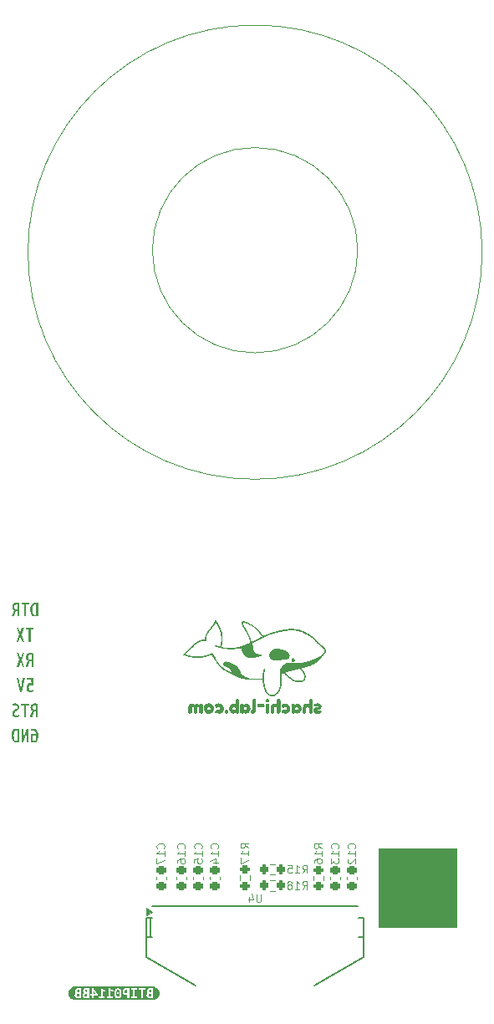
<source format=gbo>
G04 #@! TF.GenerationSoftware,KiCad,Pcbnew,9.0.4*
G04 #@! TF.CreationDate,2025-11-05T08:00:03+09:00*
G04 #@! TF.ProjectId,esp32_JJY_sim_C3_rev2,65737033-325f-44a4-9a59-5f73696d5f43,rev?*
G04 #@! TF.SameCoordinates,Original*
G04 #@! TF.FileFunction,Legend,Bot*
G04 #@! TF.FilePolarity,Positive*
%FSLAX46Y46*%
G04 Gerber Fmt 4.6, Leading zero omitted, Abs format (unit mm)*
G04 Created by KiCad (PCBNEW 9.0.4) date 2025-11-05 08:00:03*
%MOMM*%
%LPD*%
G01*
G04 APERTURE LIST*
G04 Aperture macros list*
%AMRoundRect*
0 Rectangle with rounded corners*
0 $1 Rounding radius*
0 $2 $3 $4 $5 $6 $7 $8 $9 X,Y pos of 4 corners*
0 Add a 4 corners polygon primitive as box body*
4,1,4,$2,$3,$4,$5,$6,$7,$8,$9,$2,$3,0*
0 Add four circle primitives for the rounded corners*
1,1,$1+$1,$2,$3*
1,1,$1+$1,$4,$5*
1,1,$1+$1,$6,$7*
1,1,$1+$1,$8,$9*
0 Add four rect primitives between the rounded corners*
20,1,$1+$1,$2,$3,$4,$5,0*
20,1,$1+$1,$4,$5,$6,$7,0*
20,1,$1+$1,$6,$7,$8,$9,0*
20,1,$1+$1,$8,$9,$2,$3,0*%
G04 Aperture macros list end*
%ADD10C,0.120000*%
%ADD11C,0.000000*%
%ADD12C,0.150000*%
%ADD13C,3.200000*%
%ADD14C,1.700000*%
%ADD15C,1.500000*%
%ADD16C,1.350000*%
%ADD17R,1.700000X1.700000*%
%ADD18O,1.700000X1.700000*%
%ADD19C,0.650000*%
%ADD20O,2.100000X1.000000*%
%ADD21O,1.800000X1.000000*%
%ADD22RoundRect,0.200000X0.275000X-0.200000X0.275000X0.200000X-0.275000X0.200000X-0.275000X-0.200000X0*%
%ADD23RoundRect,0.225000X-0.250000X0.225000X-0.250000X-0.225000X0.250000X-0.225000X0.250000X0.225000X0*%
%ADD24RoundRect,0.225000X0.250000X-0.225000X0.250000X0.225000X-0.250000X0.225000X-0.250000X-0.225000X0*%
%ADD25RoundRect,0.200000X0.200000X0.275000X-0.200000X0.275000X-0.200000X-0.275000X0.200000X-0.275000X0*%
%ADD26RoundRect,0.200000X-0.275000X0.200000X-0.275000X-0.200000X0.275000X-0.200000X0.275000X0.200000X0*%
%ADD27C,0.400000*%
%ADD28R,0.400000X3.500000*%
G04 APERTURE END LIST*
D10*
X148000000Y-73600000D02*
G75*
G02*
X102000000Y-73600000I-23000000J0D01*
G01*
X102000000Y-73600000D02*
G75*
G02*
X148000000Y-73600000I23000000J0D01*
G01*
X135400000Y-73400000D02*
G75*
G02*
X114600000Y-73400000I-10400000J0D01*
G01*
X114600000Y-73400000D02*
G75*
G02*
X135400000Y-73400000I10400000J0D01*
G01*
G36*
X137500000Y-134000000D02*
G01*
X145500000Y-134000000D01*
X145500000Y-142000000D01*
X137500000Y-142000000D01*
X137500000Y-134000000D01*
G37*
X131763855Y-133985714D02*
X131382902Y-133719047D01*
X131763855Y-133528571D02*
X130963855Y-133528571D01*
X130963855Y-133528571D02*
X130963855Y-133833333D01*
X130963855Y-133833333D02*
X131001950Y-133909523D01*
X131001950Y-133909523D02*
X131040045Y-133947618D01*
X131040045Y-133947618D02*
X131116236Y-133985714D01*
X131116236Y-133985714D02*
X131230521Y-133985714D01*
X131230521Y-133985714D02*
X131306712Y-133947618D01*
X131306712Y-133947618D02*
X131344807Y-133909523D01*
X131344807Y-133909523D02*
X131382902Y-133833333D01*
X131382902Y-133833333D02*
X131382902Y-133528571D01*
X131763855Y-134747618D02*
X131763855Y-134290475D01*
X131763855Y-134519047D02*
X130963855Y-134519047D01*
X130963855Y-134519047D02*
X131078140Y-134442856D01*
X131078140Y-134442856D02*
X131154331Y-134366666D01*
X131154331Y-134366666D02*
X131192426Y-134290475D01*
X130963855Y-135433333D02*
X130963855Y-135280952D01*
X130963855Y-135280952D02*
X131001950Y-135204761D01*
X131001950Y-135204761D02*
X131040045Y-135166666D01*
X131040045Y-135166666D02*
X131154331Y-135090476D01*
X131154331Y-135090476D02*
X131306712Y-135052380D01*
X131306712Y-135052380D02*
X131611474Y-135052380D01*
X131611474Y-135052380D02*
X131687664Y-135090476D01*
X131687664Y-135090476D02*
X131725760Y-135128571D01*
X131725760Y-135128571D02*
X131763855Y-135204761D01*
X131763855Y-135204761D02*
X131763855Y-135357142D01*
X131763855Y-135357142D02*
X131725760Y-135433333D01*
X131725760Y-135433333D02*
X131687664Y-135471428D01*
X131687664Y-135471428D02*
X131611474Y-135509523D01*
X131611474Y-135509523D02*
X131420998Y-135509523D01*
X131420998Y-135509523D02*
X131344807Y-135471428D01*
X131344807Y-135471428D02*
X131306712Y-135433333D01*
X131306712Y-135433333D02*
X131268617Y-135357142D01*
X131268617Y-135357142D02*
X131268617Y-135204761D01*
X131268617Y-135204761D02*
X131306712Y-135128571D01*
X131306712Y-135128571D02*
X131344807Y-135090476D01*
X131344807Y-135090476D02*
X131420998Y-135052380D01*
X117837664Y-133980714D02*
X117875760Y-133942618D01*
X117875760Y-133942618D02*
X117913855Y-133828333D01*
X117913855Y-133828333D02*
X117913855Y-133752142D01*
X117913855Y-133752142D02*
X117875760Y-133637856D01*
X117875760Y-133637856D02*
X117799569Y-133561666D01*
X117799569Y-133561666D02*
X117723379Y-133523571D01*
X117723379Y-133523571D02*
X117570998Y-133485475D01*
X117570998Y-133485475D02*
X117456712Y-133485475D01*
X117456712Y-133485475D02*
X117304331Y-133523571D01*
X117304331Y-133523571D02*
X117228140Y-133561666D01*
X117228140Y-133561666D02*
X117151950Y-133637856D01*
X117151950Y-133637856D02*
X117113855Y-133752142D01*
X117113855Y-133752142D02*
X117113855Y-133828333D01*
X117113855Y-133828333D02*
X117151950Y-133942618D01*
X117151950Y-133942618D02*
X117190045Y-133980714D01*
X117913855Y-134742618D02*
X117913855Y-134285475D01*
X117913855Y-134514047D02*
X117113855Y-134514047D01*
X117113855Y-134514047D02*
X117228140Y-134437856D01*
X117228140Y-134437856D02*
X117304331Y-134361666D01*
X117304331Y-134361666D02*
X117342426Y-134285475D01*
X117113855Y-135428333D02*
X117113855Y-135275952D01*
X117113855Y-135275952D02*
X117151950Y-135199761D01*
X117151950Y-135199761D02*
X117190045Y-135161666D01*
X117190045Y-135161666D02*
X117304331Y-135085476D01*
X117304331Y-135085476D02*
X117456712Y-135047380D01*
X117456712Y-135047380D02*
X117761474Y-135047380D01*
X117761474Y-135047380D02*
X117837664Y-135085476D01*
X117837664Y-135085476D02*
X117875760Y-135123571D01*
X117875760Y-135123571D02*
X117913855Y-135199761D01*
X117913855Y-135199761D02*
X117913855Y-135352142D01*
X117913855Y-135352142D02*
X117875760Y-135428333D01*
X117875760Y-135428333D02*
X117837664Y-135466428D01*
X117837664Y-135466428D02*
X117761474Y-135504523D01*
X117761474Y-135504523D02*
X117570998Y-135504523D01*
X117570998Y-135504523D02*
X117494807Y-135466428D01*
X117494807Y-135466428D02*
X117456712Y-135428333D01*
X117456712Y-135428333D02*
X117418617Y-135352142D01*
X117418617Y-135352142D02*
X117418617Y-135199761D01*
X117418617Y-135199761D02*
X117456712Y-135123571D01*
X117456712Y-135123571D02*
X117494807Y-135085476D01*
X117494807Y-135085476D02*
X117570998Y-135047380D01*
X135087664Y-133985714D02*
X135125760Y-133947618D01*
X135125760Y-133947618D02*
X135163855Y-133833333D01*
X135163855Y-133833333D02*
X135163855Y-133757142D01*
X135163855Y-133757142D02*
X135125760Y-133642856D01*
X135125760Y-133642856D02*
X135049569Y-133566666D01*
X135049569Y-133566666D02*
X134973379Y-133528571D01*
X134973379Y-133528571D02*
X134820998Y-133490475D01*
X134820998Y-133490475D02*
X134706712Y-133490475D01*
X134706712Y-133490475D02*
X134554331Y-133528571D01*
X134554331Y-133528571D02*
X134478140Y-133566666D01*
X134478140Y-133566666D02*
X134401950Y-133642856D01*
X134401950Y-133642856D02*
X134363855Y-133757142D01*
X134363855Y-133757142D02*
X134363855Y-133833333D01*
X134363855Y-133833333D02*
X134401950Y-133947618D01*
X134401950Y-133947618D02*
X134440045Y-133985714D01*
X135163855Y-134747618D02*
X135163855Y-134290475D01*
X135163855Y-134519047D02*
X134363855Y-134519047D01*
X134363855Y-134519047D02*
X134478140Y-134442856D01*
X134478140Y-134442856D02*
X134554331Y-134366666D01*
X134554331Y-134366666D02*
X134592426Y-134290475D01*
X134440045Y-135052380D02*
X134401950Y-135090476D01*
X134401950Y-135090476D02*
X134363855Y-135166666D01*
X134363855Y-135166666D02*
X134363855Y-135357142D01*
X134363855Y-135357142D02*
X134401950Y-135433333D01*
X134401950Y-135433333D02*
X134440045Y-135471428D01*
X134440045Y-135471428D02*
X134516236Y-135509523D01*
X134516236Y-135509523D02*
X134592426Y-135509523D01*
X134592426Y-135509523D02*
X134706712Y-135471428D01*
X134706712Y-135471428D02*
X135163855Y-135014285D01*
X135163855Y-135014285D02*
X135163855Y-135509523D01*
X129789285Y-138113855D02*
X130055952Y-137732902D01*
X130246428Y-138113855D02*
X130246428Y-137313855D01*
X130246428Y-137313855D02*
X129941666Y-137313855D01*
X129941666Y-137313855D02*
X129865476Y-137351950D01*
X129865476Y-137351950D02*
X129827381Y-137390045D01*
X129827381Y-137390045D02*
X129789285Y-137466236D01*
X129789285Y-137466236D02*
X129789285Y-137580521D01*
X129789285Y-137580521D02*
X129827381Y-137656712D01*
X129827381Y-137656712D02*
X129865476Y-137694807D01*
X129865476Y-137694807D02*
X129941666Y-137732902D01*
X129941666Y-137732902D02*
X130246428Y-137732902D01*
X129027381Y-138113855D02*
X129484524Y-138113855D01*
X129255952Y-138113855D02*
X129255952Y-137313855D01*
X129255952Y-137313855D02*
X129332143Y-137428140D01*
X129332143Y-137428140D02*
X129408333Y-137504331D01*
X129408333Y-137504331D02*
X129484524Y-137542426D01*
X128570238Y-137656712D02*
X128646428Y-137618617D01*
X128646428Y-137618617D02*
X128684523Y-137580521D01*
X128684523Y-137580521D02*
X128722619Y-137504331D01*
X128722619Y-137504331D02*
X128722619Y-137466236D01*
X128722619Y-137466236D02*
X128684523Y-137390045D01*
X128684523Y-137390045D02*
X128646428Y-137351950D01*
X128646428Y-137351950D02*
X128570238Y-137313855D01*
X128570238Y-137313855D02*
X128417857Y-137313855D01*
X128417857Y-137313855D02*
X128341666Y-137351950D01*
X128341666Y-137351950D02*
X128303571Y-137390045D01*
X128303571Y-137390045D02*
X128265476Y-137466236D01*
X128265476Y-137466236D02*
X128265476Y-137504331D01*
X128265476Y-137504331D02*
X128303571Y-137580521D01*
X128303571Y-137580521D02*
X128341666Y-137618617D01*
X128341666Y-137618617D02*
X128417857Y-137656712D01*
X128417857Y-137656712D02*
X128570238Y-137656712D01*
X128570238Y-137656712D02*
X128646428Y-137694807D01*
X128646428Y-137694807D02*
X128684523Y-137732902D01*
X128684523Y-137732902D02*
X128722619Y-137809093D01*
X128722619Y-137809093D02*
X128722619Y-137961474D01*
X128722619Y-137961474D02*
X128684523Y-138037664D01*
X128684523Y-138037664D02*
X128646428Y-138075760D01*
X128646428Y-138075760D02*
X128570238Y-138113855D01*
X128570238Y-138113855D02*
X128417857Y-138113855D01*
X128417857Y-138113855D02*
X128341666Y-138075760D01*
X128341666Y-138075760D02*
X128303571Y-138037664D01*
X128303571Y-138037664D02*
X128265476Y-137961474D01*
X128265476Y-137961474D02*
X128265476Y-137809093D01*
X128265476Y-137809093D02*
X128303571Y-137732902D01*
X128303571Y-137732902D02*
X128341666Y-137694807D01*
X128341666Y-137694807D02*
X128417857Y-137656712D01*
X119537664Y-133985714D02*
X119575760Y-133947618D01*
X119575760Y-133947618D02*
X119613855Y-133833333D01*
X119613855Y-133833333D02*
X119613855Y-133757142D01*
X119613855Y-133757142D02*
X119575760Y-133642856D01*
X119575760Y-133642856D02*
X119499569Y-133566666D01*
X119499569Y-133566666D02*
X119423379Y-133528571D01*
X119423379Y-133528571D02*
X119270998Y-133490475D01*
X119270998Y-133490475D02*
X119156712Y-133490475D01*
X119156712Y-133490475D02*
X119004331Y-133528571D01*
X119004331Y-133528571D02*
X118928140Y-133566666D01*
X118928140Y-133566666D02*
X118851950Y-133642856D01*
X118851950Y-133642856D02*
X118813855Y-133757142D01*
X118813855Y-133757142D02*
X118813855Y-133833333D01*
X118813855Y-133833333D02*
X118851950Y-133947618D01*
X118851950Y-133947618D02*
X118890045Y-133985714D01*
X119613855Y-134747618D02*
X119613855Y-134290475D01*
X119613855Y-134519047D02*
X118813855Y-134519047D01*
X118813855Y-134519047D02*
X118928140Y-134442856D01*
X118928140Y-134442856D02*
X119004331Y-134366666D01*
X119004331Y-134366666D02*
X119042426Y-134290475D01*
X118813855Y-135471428D02*
X118813855Y-135090476D01*
X118813855Y-135090476D02*
X119194807Y-135052380D01*
X119194807Y-135052380D02*
X119156712Y-135090476D01*
X119156712Y-135090476D02*
X119118617Y-135166666D01*
X119118617Y-135166666D02*
X119118617Y-135357142D01*
X119118617Y-135357142D02*
X119156712Y-135433333D01*
X119156712Y-135433333D02*
X119194807Y-135471428D01*
X119194807Y-135471428D02*
X119270998Y-135509523D01*
X119270998Y-135509523D02*
X119461474Y-135509523D01*
X119461474Y-135509523D02*
X119537664Y-135471428D01*
X119537664Y-135471428D02*
X119575760Y-135433333D01*
X119575760Y-135433333D02*
X119613855Y-135357142D01*
X119613855Y-135357142D02*
X119613855Y-135166666D01*
X119613855Y-135166666D02*
X119575760Y-135090476D01*
X119575760Y-135090476D02*
X119537664Y-135052380D01*
X115762664Y-133980714D02*
X115800760Y-133942618D01*
X115800760Y-133942618D02*
X115838855Y-133828333D01*
X115838855Y-133828333D02*
X115838855Y-133752142D01*
X115838855Y-133752142D02*
X115800760Y-133637856D01*
X115800760Y-133637856D02*
X115724569Y-133561666D01*
X115724569Y-133561666D02*
X115648379Y-133523571D01*
X115648379Y-133523571D02*
X115495998Y-133485475D01*
X115495998Y-133485475D02*
X115381712Y-133485475D01*
X115381712Y-133485475D02*
X115229331Y-133523571D01*
X115229331Y-133523571D02*
X115153140Y-133561666D01*
X115153140Y-133561666D02*
X115076950Y-133637856D01*
X115076950Y-133637856D02*
X115038855Y-133752142D01*
X115038855Y-133752142D02*
X115038855Y-133828333D01*
X115038855Y-133828333D02*
X115076950Y-133942618D01*
X115076950Y-133942618D02*
X115115045Y-133980714D01*
X115838855Y-134742618D02*
X115838855Y-134285475D01*
X115838855Y-134514047D02*
X115038855Y-134514047D01*
X115038855Y-134514047D02*
X115153140Y-134437856D01*
X115153140Y-134437856D02*
X115229331Y-134361666D01*
X115229331Y-134361666D02*
X115267426Y-134285475D01*
X115038855Y-135009285D02*
X115038855Y-135542619D01*
X115038855Y-135542619D02*
X115838855Y-135199761D01*
X124313855Y-133935714D02*
X123932902Y-133669047D01*
X124313855Y-133478571D02*
X123513855Y-133478571D01*
X123513855Y-133478571D02*
X123513855Y-133783333D01*
X123513855Y-133783333D02*
X123551950Y-133859523D01*
X123551950Y-133859523D02*
X123590045Y-133897618D01*
X123590045Y-133897618D02*
X123666236Y-133935714D01*
X123666236Y-133935714D02*
X123780521Y-133935714D01*
X123780521Y-133935714D02*
X123856712Y-133897618D01*
X123856712Y-133897618D02*
X123894807Y-133859523D01*
X123894807Y-133859523D02*
X123932902Y-133783333D01*
X123932902Y-133783333D02*
X123932902Y-133478571D01*
X124313855Y-134697618D02*
X124313855Y-134240475D01*
X124313855Y-134469047D02*
X123513855Y-134469047D01*
X123513855Y-134469047D02*
X123628140Y-134392856D01*
X123628140Y-134392856D02*
X123704331Y-134316666D01*
X123704331Y-134316666D02*
X123742426Y-134240475D01*
X123513855Y-134964285D02*
X123513855Y-135497619D01*
X123513855Y-135497619D02*
X124313855Y-135154761D01*
X121212664Y-133985714D02*
X121250760Y-133947618D01*
X121250760Y-133947618D02*
X121288855Y-133833333D01*
X121288855Y-133833333D02*
X121288855Y-133757142D01*
X121288855Y-133757142D02*
X121250760Y-133642856D01*
X121250760Y-133642856D02*
X121174569Y-133566666D01*
X121174569Y-133566666D02*
X121098379Y-133528571D01*
X121098379Y-133528571D02*
X120945998Y-133490475D01*
X120945998Y-133490475D02*
X120831712Y-133490475D01*
X120831712Y-133490475D02*
X120679331Y-133528571D01*
X120679331Y-133528571D02*
X120603140Y-133566666D01*
X120603140Y-133566666D02*
X120526950Y-133642856D01*
X120526950Y-133642856D02*
X120488855Y-133757142D01*
X120488855Y-133757142D02*
X120488855Y-133833333D01*
X120488855Y-133833333D02*
X120526950Y-133947618D01*
X120526950Y-133947618D02*
X120565045Y-133985714D01*
X121288855Y-134747618D02*
X121288855Y-134290475D01*
X121288855Y-134519047D02*
X120488855Y-134519047D01*
X120488855Y-134519047D02*
X120603140Y-134442856D01*
X120603140Y-134442856D02*
X120679331Y-134366666D01*
X120679331Y-134366666D02*
X120717426Y-134290475D01*
X120755521Y-135433333D02*
X121288855Y-135433333D01*
X120450760Y-135242857D02*
X121022188Y-135052380D01*
X121022188Y-135052380D02*
X121022188Y-135547619D01*
X129789285Y-136463855D02*
X130055952Y-136082902D01*
X130246428Y-136463855D02*
X130246428Y-135663855D01*
X130246428Y-135663855D02*
X129941666Y-135663855D01*
X129941666Y-135663855D02*
X129865476Y-135701950D01*
X129865476Y-135701950D02*
X129827381Y-135740045D01*
X129827381Y-135740045D02*
X129789285Y-135816236D01*
X129789285Y-135816236D02*
X129789285Y-135930521D01*
X129789285Y-135930521D02*
X129827381Y-136006712D01*
X129827381Y-136006712D02*
X129865476Y-136044807D01*
X129865476Y-136044807D02*
X129941666Y-136082902D01*
X129941666Y-136082902D02*
X130246428Y-136082902D01*
X129027381Y-136463855D02*
X129484524Y-136463855D01*
X129255952Y-136463855D02*
X129255952Y-135663855D01*
X129255952Y-135663855D02*
X129332143Y-135778140D01*
X129332143Y-135778140D02*
X129408333Y-135854331D01*
X129408333Y-135854331D02*
X129484524Y-135892426D01*
X128303571Y-135663855D02*
X128684523Y-135663855D01*
X128684523Y-135663855D02*
X128722619Y-136044807D01*
X128722619Y-136044807D02*
X128684523Y-136006712D01*
X128684523Y-136006712D02*
X128608333Y-135968617D01*
X128608333Y-135968617D02*
X128417857Y-135968617D01*
X128417857Y-135968617D02*
X128341666Y-136006712D01*
X128341666Y-136006712D02*
X128303571Y-136044807D01*
X128303571Y-136044807D02*
X128265476Y-136120998D01*
X128265476Y-136120998D02*
X128265476Y-136311474D01*
X128265476Y-136311474D02*
X128303571Y-136387664D01*
X128303571Y-136387664D02*
X128341666Y-136425760D01*
X128341666Y-136425760D02*
X128417857Y-136463855D01*
X128417857Y-136463855D02*
X128608333Y-136463855D01*
X128608333Y-136463855D02*
X128684523Y-136425760D01*
X128684523Y-136425760D02*
X128722619Y-136387664D01*
X125609523Y-138613855D02*
X125609523Y-139261474D01*
X125609523Y-139261474D02*
X125571428Y-139337664D01*
X125571428Y-139337664D02*
X125533333Y-139375760D01*
X125533333Y-139375760D02*
X125457142Y-139413855D01*
X125457142Y-139413855D02*
X125304761Y-139413855D01*
X125304761Y-139413855D02*
X125228571Y-139375760D01*
X125228571Y-139375760D02*
X125190476Y-139337664D01*
X125190476Y-139337664D02*
X125152380Y-139261474D01*
X125152380Y-139261474D02*
X125152380Y-138613855D01*
X124428571Y-138880521D02*
X124428571Y-139413855D01*
X124619047Y-138575760D02*
X124809524Y-139147188D01*
X124809524Y-139147188D02*
X124314285Y-139147188D01*
X133387664Y-133985714D02*
X133425760Y-133947618D01*
X133425760Y-133947618D02*
X133463855Y-133833333D01*
X133463855Y-133833333D02*
X133463855Y-133757142D01*
X133463855Y-133757142D02*
X133425760Y-133642856D01*
X133425760Y-133642856D02*
X133349569Y-133566666D01*
X133349569Y-133566666D02*
X133273379Y-133528571D01*
X133273379Y-133528571D02*
X133120998Y-133490475D01*
X133120998Y-133490475D02*
X133006712Y-133490475D01*
X133006712Y-133490475D02*
X132854331Y-133528571D01*
X132854331Y-133528571D02*
X132778140Y-133566666D01*
X132778140Y-133566666D02*
X132701950Y-133642856D01*
X132701950Y-133642856D02*
X132663855Y-133757142D01*
X132663855Y-133757142D02*
X132663855Y-133833333D01*
X132663855Y-133833333D02*
X132701950Y-133947618D01*
X132701950Y-133947618D02*
X132740045Y-133985714D01*
X133463855Y-134747618D02*
X133463855Y-134290475D01*
X133463855Y-134519047D02*
X132663855Y-134519047D01*
X132663855Y-134519047D02*
X132778140Y-134442856D01*
X132778140Y-134442856D02*
X132854331Y-134366666D01*
X132854331Y-134366666D02*
X132892426Y-134290475D01*
X132663855Y-135014285D02*
X132663855Y-135509523D01*
X132663855Y-135509523D02*
X132968617Y-135242857D01*
X132968617Y-135242857D02*
X132968617Y-135357142D01*
X132968617Y-135357142D02*
X133006712Y-135433333D01*
X133006712Y-135433333D02*
X133044807Y-135471428D01*
X133044807Y-135471428D02*
X133120998Y-135509523D01*
X133120998Y-135509523D02*
X133311474Y-135509523D01*
X133311474Y-135509523D02*
X133387664Y-135471428D01*
X133387664Y-135471428D02*
X133425760Y-135433333D01*
X133425760Y-135433333D02*
X133463855Y-135357142D01*
X133463855Y-135357142D02*
X133463855Y-135128571D01*
X133463855Y-135128571D02*
X133425760Y-135052380D01*
X133425760Y-135052380D02*
X133387664Y-135014285D01*
D11*
G36*
X101547867Y-122858000D02*
G01*
X101553467Y-122858000D01*
X101844667Y-121868667D01*
X102061200Y-121868667D01*
X102061200Y-123231333D01*
X101855867Y-123231333D01*
X101855867Y-122242000D01*
X101852133Y-122242000D01*
X101560933Y-123231333D01*
X101351867Y-123231333D01*
X101351867Y-121868667D01*
X101547867Y-121868667D01*
X101547867Y-122858000D01*
G37*
G36*
X100996733Y-121859333D02*
G01*
X101142800Y-121887333D01*
X101142800Y-123212667D01*
X101002333Y-123240667D01*
X100849733Y-123250000D01*
X100694800Y-123233900D01*
X100573467Y-123185600D01*
X100481300Y-123097633D01*
X100413867Y-122962533D01*
X100383274Y-122844104D01*
X100364919Y-122700370D01*
X100358800Y-122531333D01*
X100562267Y-122531333D01*
X100569837Y-122721941D01*
X100592548Y-122868163D01*
X100630400Y-122970000D01*
X100719300Y-123059600D01*
X100849733Y-123089467D01*
X100933733Y-123072667D01*
X100933733Y-122029200D01*
X100849733Y-122012400D01*
X100720467Y-122041333D01*
X100631333Y-122128133D01*
X100592963Y-122224370D01*
X100569941Y-122358770D01*
X100562267Y-122531333D01*
X100358800Y-122531333D01*
X100365975Y-122356858D01*
X100387500Y-122210500D01*
X100423375Y-122092258D01*
X100473600Y-122002133D01*
X100566415Y-121917615D01*
X100691793Y-121866904D01*
X100849733Y-121850000D01*
X100996733Y-121859333D01*
G37*
G36*
X102691200Y-121868459D02*
G01*
X102817200Y-121923837D01*
X102915200Y-122016133D01*
X102970325Y-122111217D01*
X103009700Y-122230333D01*
X103033325Y-122373483D01*
X103041200Y-122540667D01*
X103033908Y-122706917D01*
X103012033Y-122851000D01*
X102975575Y-122972917D01*
X102924533Y-123072667D01*
X102858908Y-123150250D01*
X102778700Y-123205667D01*
X102683908Y-123238917D01*
X102574533Y-123250000D01*
X102462948Y-123242741D01*
X102357170Y-123220963D01*
X102257200Y-123184667D01*
X102257200Y-122419333D01*
X102692133Y-122419333D01*
X102692133Y-122578000D01*
X102456933Y-122578000D01*
X102456933Y-123067067D01*
X102568933Y-123089467D01*
X102682800Y-123057733D01*
X102766800Y-122962533D01*
X102805170Y-122859244D01*
X102828193Y-122718622D01*
X102835867Y-122540667D01*
X102827778Y-122366756D01*
X102803511Y-122230800D01*
X102763067Y-122132800D01*
X102670200Y-122043900D01*
X102537200Y-122014267D01*
X102422867Y-122025467D01*
X102303867Y-122059067D01*
X102303867Y-121891067D01*
X102418200Y-121860267D01*
X102537200Y-121850000D01*
X102691200Y-121868459D01*
G37*
D10*
X130877500Y-136762742D02*
X130877500Y-137237258D01*
X131922500Y-136762742D02*
X131922500Y-137237258D01*
X117040000Y-137135580D02*
X117040000Y-136854420D01*
X118060000Y-137135580D02*
X118060000Y-136854420D01*
X134290000Y-136859420D02*
X134290000Y-137140580D01*
X135310000Y-136859420D02*
X135310000Y-137140580D01*
X126537742Y-137227500D02*
X127012258Y-137227500D01*
X126537742Y-138272500D02*
X127012258Y-138272500D01*
X118740000Y-136859420D02*
X118740000Y-137140580D01*
X119760000Y-136859420D02*
X119760000Y-137140580D01*
D11*
G36*
X129031995Y-114937998D02*
G01*
X129017850Y-114986437D01*
X129015117Y-114992325D01*
X128993760Y-115028402D01*
X128966868Y-115054900D01*
X128929473Y-115076905D01*
X128918210Y-115081845D01*
X128871139Y-115092712D01*
X128823510Y-115089748D01*
X128778144Y-115073835D01*
X128737863Y-115045858D01*
X128705487Y-115006703D01*
X128688850Y-114972641D01*
X128678328Y-114925632D01*
X128679507Y-114896030D01*
X128784234Y-114896030D01*
X128785281Y-114926255D01*
X128794958Y-114953879D01*
X128811558Y-114972913D01*
X128832118Y-114984235D01*
X128857828Y-114989501D01*
X128884349Y-114982830D01*
X128884836Y-114982618D01*
X128908668Y-114966899D01*
X128921665Y-114943778D01*
X128925602Y-114910125D01*
X128922555Y-114886262D01*
X128908679Y-114857761D01*
X128885815Y-114838611D01*
X128856425Y-114831606D01*
X128827292Y-114836984D01*
X128802028Y-114855166D01*
X128786510Y-114884905D01*
X128784234Y-114896030D01*
X128679507Y-114896030D01*
X128680181Y-114879099D01*
X128693113Y-114835135D01*
X128715828Y-114795833D01*
X128747030Y-114763286D01*
X128785424Y-114739587D01*
X128829713Y-114726829D01*
X128878602Y-114727104D01*
X128915583Y-114736758D01*
X128953272Y-114758087D01*
X128990142Y-114792520D01*
X128995153Y-114798348D01*
X129020135Y-114840373D01*
X129032587Y-114888116D01*
X129032326Y-114910125D01*
X129031995Y-114937998D01*
G37*
G36*
X127301582Y-113761911D02*
G01*
X127402170Y-113771043D01*
X127507212Y-113786455D01*
X127612557Y-113807557D01*
X127714051Y-113833760D01*
X127730577Y-113838780D01*
X127767643Y-113850826D01*
X127812334Y-113866017D01*
X127860926Y-113883027D01*
X127909696Y-113900529D01*
X127954921Y-113917197D01*
X127992877Y-113931703D01*
X128019842Y-113942721D01*
X128028717Y-113946595D01*
X128057275Y-113959060D01*
X128081774Y-113969749D01*
X128172506Y-114013001D01*
X128263023Y-114065943D01*
X128338871Y-114122555D01*
X128400321Y-114183156D01*
X128447644Y-114248066D01*
X128481110Y-114317605D01*
X128500992Y-114392092D01*
X128507559Y-114471846D01*
X128507439Y-114482613D01*
X128499033Y-114558627D01*
X128477545Y-114626504D01*
X128443218Y-114685974D01*
X128396293Y-114736766D01*
X128337013Y-114778611D01*
X128265621Y-114811238D01*
X128182359Y-114834376D01*
X128126731Y-114844948D01*
X128050259Y-114857473D01*
X127961025Y-114870226D01*
X127858578Y-114883262D01*
X127742466Y-114896635D01*
X127612237Y-114910399D01*
X127467439Y-114924609D01*
X127307620Y-114939319D01*
X127307008Y-114939374D01*
X127258072Y-114942498D01*
X127200915Y-114944184D01*
X127138922Y-114944513D01*
X127075474Y-114943569D01*
X127013954Y-114941434D01*
X126957745Y-114938191D01*
X126910230Y-114933924D01*
X126874791Y-114928714D01*
X126809349Y-114913087D01*
X126724517Y-114883103D01*
X126650156Y-114843614D01*
X126584585Y-114793673D01*
X126526122Y-114732332D01*
X126514578Y-114715664D01*
X126497446Y-114685328D01*
X126479056Y-114648337D01*
X126461471Y-114609108D01*
X126446758Y-114572059D01*
X126436981Y-114541607D01*
X126436198Y-114538515D01*
X126425747Y-114464978D01*
X126429361Y-114387001D01*
X126446705Y-114305744D01*
X126477445Y-114222369D01*
X126521246Y-114138034D01*
X126577772Y-114053900D01*
X126625523Y-113997484D01*
X126699132Y-113930716D01*
X126783036Y-113873953D01*
X126875866Y-113827848D01*
X126976250Y-113793055D01*
X127082817Y-113770227D01*
X127194197Y-113760018D01*
X127209600Y-113759648D01*
X127301582Y-113761911D01*
G37*
G36*
X132190369Y-114018744D02*
G01*
X132183011Y-114072568D01*
X132166995Y-114126730D01*
X132141278Y-114180720D01*
X132104605Y-114237145D01*
X132055723Y-114298610D01*
X132052696Y-114302113D01*
X132015985Y-114340540D01*
X131967894Y-114385101D01*
X131910196Y-114434217D01*
X131844664Y-114486313D01*
X131841083Y-114489087D01*
X131819447Y-114506798D01*
X131800264Y-114524902D01*
X131781397Y-114545941D01*
X131760706Y-114572459D01*
X131736055Y-114606999D01*
X131705305Y-114652106D01*
X131674829Y-114697243D01*
X131642049Y-114745233D01*
X131614535Y-114784409D01*
X131590452Y-114817074D01*
X131567964Y-114845532D01*
X131545236Y-114872085D01*
X131520432Y-114899036D01*
X131491717Y-114928690D01*
X131457255Y-114963348D01*
X131447319Y-114973262D01*
X131409943Y-115010042D01*
X131378439Y-115039708D01*
X131349071Y-115065425D01*
X131318107Y-115090358D01*
X131281812Y-115117675D01*
X131236452Y-115150539D01*
X131151298Y-115209485D01*
X131036368Y-115281655D01*
X130919031Y-115346364D01*
X130794930Y-115405971D01*
X130659708Y-115462837D01*
X130642329Y-115469651D01*
X130546170Y-115505539D01*
X130438716Y-115543010D01*
X130323246Y-115581033D01*
X130203044Y-115618580D01*
X130081389Y-115654618D01*
X129961562Y-115688119D01*
X129846846Y-115718052D01*
X129831366Y-115721929D01*
X129790008Y-115732309D01*
X129753031Y-115741617D01*
X129723982Y-115748960D01*
X129706407Y-115753444D01*
X129678222Y-115760733D01*
X129702537Y-115785972D01*
X129707142Y-115790753D01*
X129759645Y-115845320D01*
X129802781Y-115890371D01*
X129837859Y-115927387D01*
X129866189Y-115957846D01*
X129889081Y-115983231D01*
X129907844Y-116005020D01*
X129923787Y-116024695D01*
X129938220Y-116043735D01*
X129952453Y-116063621D01*
X129967793Y-116085833D01*
X129990189Y-116119930D01*
X130041607Y-116211615D01*
X130080681Y-116303332D01*
X130106264Y-116392542D01*
X130110199Y-116414293D01*
X130116136Y-116472742D01*
X130116329Y-116480391D01*
X130117820Y-116539380D01*
X130115567Y-116610844D01*
X130109693Y-116683772D01*
X130100516Y-116754802D01*
X130088351Y-116820570D01*
X130073516Y-116877715D01*
X130056327Y-116922874D01*
X130045444Y-116945281D01*
X130025612Y-116982898D01*
X130007010Y-117010468D01*
X129986406Y-117030819D01*
X129960566Y-117046777D01*
X129926258Y-117061168D01*
X129880248Y-117076819D01*
X129869349Y-117080339D01*
X129797647Y-117101981D01*
X129729041Y-117119614D01*
X129660441Y-117133729D01*
X129588756Y-117144813D01*
X129510897Y-117153356D01*
X129423772Y-117159847D01*
X129324291Y-117164774D01*
X129304423Y-117165304D01*
X129234061Y-117162375D01*
X129164205Y-117151276D01*
X129092036Y-117131271D01*
X129014732Y-117101622D01*
X128929473Y-117061592D01*
X128914795Y-117054008D01*
X128879212Y-117034576D01*
X128839452Y-117011778D01*
X128798040Y-116987175D01*
X128757503Y-116962329D01*
X128720369Y-116938801D01*
X128689164Y-116918154D01*
X128666415Y-116901948D01*
X128654648Y-116891745D01*
X128652921Y-116890042D01*
X128641316Y-116880791D01*
X128623682Y-116867977D01*
X128622888Y-116867418D01*
X128600468Y-116850866D01*
X128569567Y-116827071D01*
X128533150Y-116798417D01*
X128494182Y-116767287D01*
X128455626Y-116736065D01*
X128420448Y-116707134D01*
X128391612Y-116682878D01*
X128372082Y-116665681D01*
X128371460Y-116665107D01*
X128357667Y-116652615D01*
X128334662Y-116632034D01*
X128304682Y-116605355D01*
X128269960Y-116574565D01*
X128232734Y-116541656D01*
X128192600Y-116506221D01*
X128130389Y-116451233D01*
X128078344Y-116405123D01*
X128035524Y-116367037D01*
X128000990Y-116336125D01*
X127973802Y-116311532D01*
X127953022Y-116292407D01*
X127937709Y-116277898D01*
X127926924Y-116267151D01*
X127919728Y-116259315D01*
X127915180Y-116253537D01*
X127903349Y-116236696D01*
X127779669Y-116279174D01*
X127737235Y-116293947D01*
X127702791Y-116306607D01*
X127679396Y-116316351D01*
X127665102Y-116324093D01*
X127657959Y-116330750D01*
X127656021Y-116337235D01*
X127656271Y-116343148D01*
X127657694Y-116363654D01*
X127660166Y-116394761D01*
X127663441Y-116433446D01*
X127667275Y-116476684D01*
X127668670Y-116492286D01*
X127673028Y-116543508D01*
X127677125Y-116595017D01*
X127680555Y-116641580D01*
X127682912Y-116677964D01*
X127683906Y-116694837D01*
X127686444Y-116734513D01*
X127689032Y-116771152D01*
X127691243Y-116798542D01*
X127692448Y-116816220D01*
X127693868Y-116854368D01*
X127694786Y-116903348D01*
X127695224Y-116960345D01*
X127695206Y-117022549D01*
X127694753Y-117087146D01*
X127693890Y-117151325D01*
X127692639Y-117212273D01*
X127691022Y-117267177D01*
X127689063Y-117313226D01*
X127686785Y-117347608D01*
X127684228Y-117375036D01*
X127668453Y-117499679D01*
X127646466Y-117613765D01*
X127617533Y-117720595D01*
X127580920Y-117823468D01*
X127563200Y-117866111D01*
X127534421Y-117927978D01*
X127501767Y-117989107D01*
X127463030Y-118053536D01*
X127416001Y-118125306D01*
X127396720Y-118152090D01*
X127362190Y-118195368D01*
X127321024Y-118243122D01*
X127275529Y-118292967D01*
X127228008Y-118342515D01*
X127180766Y-118389381D01*
X127136107Y-118431178D01*
X127096338Y-118465520D01*
X127063761Y-118490021D01*
X126996569Y-118529176D01*
X126921009Y-118561421D01*
X126846998Y-118581177D01*
X126845135Y-118581511D01*
X126796059Y-118589103D01*
X126755052Y-118592060D01*
X126716500Y-118590111D01*
X126674787Y-118582984D01*
X126624301Y-118570408D01*
X126605436Y-118565233D01*
X126532598Y-118543668D01*
X126471449Y-118522136D01*
X126419018Y-118499004D01*
X126372334Y-118472643D01*
X126328427Y-118441422D01*
X126284326Y-118403711D01*
X126237059Y-118357879D01*
X126232186Y-118352903D01*
X126165833Y-118276065D01*
X126102262Y-118185727D01*
X126042344Y-118083635D01*
X125986945Y-117971534D01*
X125936934Y-117851171D01*
X125893178Y-117724290D01*
X125856547Y-117592639D01*
X125852905Y-117577536D01*
X125830788Y-117473122D01*
X125810984Y-117357400D01*
X125793986Y-117233894D01*
X125780290Y-117106128D01*
X125770387Y-116977627D01*
X125765019Y-116890213D01*
X125733134Y-116894445D01*
X125733020Y-116894460D01*
X125684671Y-116900406D01*
X125625816Y-116906921D01*
X125561379Y-116913520D01*
X125496288Y-116919715D01*
X125435468Y-116925020D01*
X125383846Y-116928948D01*
X125381712Y-116929088D01*
X125349577Y-116930575D01*
X125306855Y-116931716D01*
X125255915Y-116932521D01*
X125199129Y-116933003D01*
X125138864Y-116933170D01*
X125077493Y-116933034D01*
X125017383Y-116932605D01*
X124960906Y-116931894D01*
X124910430Y-116930910D01*
X124868326Y-116929666D01*
X124836964Y-116928171D01*
X124818714Y-116926435D01*
X124807250Y-116924987D01*
X124781382Y-116922662D01*
X124747622Y-116920233D01*
X124710332Y-116918038D01*
X124707560Y-116917893D01*
X124653900Y-116915054D01*
X124608589Y-116912520D01*
X124568991Y-116910054D01*
X124532469Y-116907416D01*
X124496390Y-116904371D01*
X124458115Y-116900678D01*
X124415011Y-116896100D01*
X124364440Y-116890398D01*
X124303767Y-116883335D01*
X124230357Y-116874673D01*
X124129663Y-116861620D01*
X123900298Y-116822768D01*
X123678281Y-116771866D01*
X123461291Y-116708341D01*
X123247010Y-116631619D01*
X123224756Y-116622905D01*
X123187401Y-116608134D01*
X123153952Y-116594587D01*
X123122440Y-116581357D01*
X123090890Y-116567536D01*
X123057334Y-116552216D01*
X123019798Y-116534489D01*
X122976311Y-116513446D01*
X122924902Y-116488181D01*
X122863599Y-116457784D01*
X122790430Y-116421349D01*
X122734563Y-116393459D01*
X122663962Y-116358019D01*
X122601053Y-116326112D01*
X122543494Y-116296481D01*
X122488943Y-116267866D01*
X122435060Y-116239011D01*
X122379502Y-116208658D01*
X122319927Y-116175549D01*
X122253995Y-116138426D01*
X122179364Y-116096031D01*
X122093691Y-116047108D01*
X121984129Y-115982914D01*
X121885110Y-115921366D01*
X121796031Y-115861754D01*
X121714571Y-115802387D01*
X121638411Y-115741571D01*
X121565229Y-115677615D01*
X121492703Y-115608824D01*
X121444702Y-115560722D01*
X121389004Y-115502276D01*
X121335258Y-115442581D01*
X121282554Y-115380388D01*
X121229982Y-115314448D01*
X121176633Y-115243513D01*
X121121596Y-115166335D01*
X121063963Y-115081663D01*
X121002824Y-114988250D01*
X120937270Y-114884847D01*
X120866390Y-114770206D01*
X120789276Y-114643076D01*
X120779220Y-114626395D01*
X120744825Y-114569702D01*
X120712908Y-114517647D01*
X120684378Y-114471672D01*
X120660144Y-114433221D01*
X120641111Y-114403740D01*
X120628189Y-114384671D01*
X120622285Y-114377458D01*
X120621308Y-114377355D01*
X120608812Y-114380292D01*
X120584835Y-114388209D01*
X120551671Y-114400276D01*
X120511617Y-114415666D01*
X120466964Y-114433548D01*
X120432051Y-114447576D01*
X120353868Y-114477618D01*
X120272082Y-114507418D01*
X120189658Y-114535988D01*
X120109566Y-114562338D01*
X120034770Y-114585479D01*
X119968239Y-114604423D01*
X119912939Y-114618181D01*
X119910868Y-114618641D01*
X119858156Y-114629779D01*
X119806922Y-114639311D01*
X119755470Y-114647355D01*
X119702105Y-114654027D01*
X119645130Y-114659445D01*
X119582851Y-114663727D01*
X119513573Y-114666990D01*
X119435599Y-114669350D01*
X119347234Y-114670926D01*
X119246783Y-114671835D01*
X119132551Y-114672193D01*
X119073498Y-114672186D01*
X119001529Y-114671870D01*
X118940521Y-114671084D01*
X118887828Y-114669700D01*
X118840806Y-114667592D01*
X118796808Y-114664633D01*
X118753188Y-114660696D01*
X118707301Y-114655654D01*
X118656502Y-114649380D01*
X118648279Y-114648197D01*
X118622105Y-114643793D01*
X118588457Y-114637606D01*
X118552562Y-114630582D01*
X118534327Y-114626906D01*
X118501524Y-114620337D01*
X118474934Y-114615067D01*
X118459037Y-114611987D01*
X118443355Y-114608718D01*
X118411696Y-114601460D01*
X118368800Y-114591211D01*
X118316755Y-114578500D01*
X118257651Y-114563853D01*
X118193574Y-114547801D01*
X118126614Y-114530872D01*
X118058860Y-114513593D01*
X117992399Y-114496494D01*
X117929320Y-114480103D01*
X117871712Y-114464949D01*
X117821663Y-114451560D01*
X117781262Y-114440465D01*
X117778384Y-114439648D01*
X117754375Y-114430893D01*
X117739632Y-114419402D01*
X117728562Y-114400989D01*
X117723165Y-114387907D01*
X117720226Y-114370026D01*
X117724748Y-114352448D01*
X117730193Y-114344399D01*
X117922670Y-114344399D01*
X117924533Y-114345394D01*
X117939071Y-114350104D01*
X117965863Y-114357411D01*
X118002813Y-114366824D01*
X118047825Y-114377853D01*
X118098803Y-114390006D01*
X118153651Y-114402795D01*
X118210274Y-114415726D01*
X118266575Y-114428312D01*
X118320458Y-114440059D01*
X118369827Y-114450479D01*
X118412588Y-114459080D01*
X118497107Y-114474515D01*
X118589516Y-114489527D01*
X118681788Y-114502807D01*
X118768971Y-114513645D01*
X118846114Y-114521328D01*
X118873365Y-114523020D01*
X118920620Y-114524604D01*
X118979236Y-114525536D01*
X119046896Y-114525849D01*
X119121284Y-114525576D01*
X119200082Y-114524750D01*
X119280974Y-114523403D01*
X119361642Y-114521570D01*
X119439771Y-114519284D01*
X119513044Y-114516577D01*
X119579143Y-114513482D01*
X119635751Y-114510034D01*
X119693136Y-114504848D01*
X119766750Y-114494814D01*
X119842983Y-114480479D01*
X119923404Y-114461397D01*
X120009576Y-114437120D01*
X120103066Y-114407198D01*
X120205440Y-114371185D01*
X120318264Y-114328633D01*
X120443102Y-114279094D01*
X120482441Y-114263256D01*
X120538549Y-114241224D01*
X120583200Y-114224794D01*
X120618113Y-114213601D01*
X120645009Y-114207285D01*
X120665607Y-114205481D01*
X120681629Y-114207829D01*
X120694795Y-114213964D01*
X120706825Y-114223526D01*
X120709648Y-114226176D01*
X120722207Y-114239000D01*
X120727309Y-114246080D01*
X120729523Y-114250810D01*
X120738358Y-114267090D01*
X120752754Y-114292732D01*
X120771434Y-114325470D01*
X120793124Y-114363040D01*
X120807881Y-114388485D01*
X120830660Y-114427845D01*
X120851002Y-114463087D01*
X120867125Y-114491123D01*
X120877246Y-114508864D01*
X120893261Y-114537132D01*
X120970861Y-114671127D01*
X121047734Y-114799053D01*
X121122834Y-114919265D01*
X121195118Y-115030119D01*
X121263540Y-115129969D01*
X121327055Y-115217170D01*
X121351947Y-115250024D01*
X121384535Y-115292498D01*
X121412282Y-115327527D01*
X121437833Y-115358153D01*
X121463838Y-115387417D01*
X121492944Y-115418360D01*
X121527797Y-115454023D01*
X121571046Y-115497447D01*
X121585192Y-115511574D01*
X121628384Y-115554381D01*
X121663994Y-115588896D01*
X121694498Y-115617318D01*
X121722373Y-115641848D01*
X121750096Y-115664684D01*
X121780145Y-115688027D01*
X121814996Y-115714076D01*
X121851637Y-115740345D01*
X121911780Y-115781202D01*
X121979648Y-115825237D01*
X122051714Y-115870221D01*
X122124451Y-115913921D01*
X122194331Y-115954105D01*
X122209222Y-115962522D01*
X122236437Y-115978040D01*
X122269500Y-115996989D01*
X122304240Y-116016981D01*
X122334458Y-116034064D01*
X122361812Y-116048836D01*
X122381757Y-116058834D01*
X122391333Y-116062512D01*
X122393513Y-116062762D01*
X122399482Y-116069350D01*
X122401589Y-116073678D01*
X122413030Y-116080537D01*
X122423736Y-116085149D01*
X122444544Y-116095774D01*
X122469156Y-116109437D01*
X122472737Y-116111494D01*
X122502224Y-116127987D01*
X122533375Y-116144776D01*
X122563148Y-116160298D01*
X122588503Y-116172995D01*
X122606398Y-116181305D01*
X122613793Y-116183668D01*
X122613923Y-116183322D01*
X122613281Y-116173305D01*
X122610552Y-116152652D01*
X122606385Y-116125329D01*
X122601431Y-116095301D01*
X122596342Y-116066535D01*
X122591767Y-116042997D01*
X122588358Y-116028654D01*
X122574084Y-115991370D01*
X122540713Y-115931319D01*
X122495719Y-115871957D01*
X122441126Y-115816203D01*
X122416672Y-115795060D01*
X122374022Y-115762147D01*
X122325238Y-115729264D01*
X122268210Y-115695100D01*
X122200824Y-115658346D01*
X122120970Y-115617693D01*
X122070542Y-115592309D01*
X121996086Y-115552909D01*
X121934276Y-115517219D01*
X121883881Y-115484340D01*
X121843669Y-115453373D01*
X121812409Y-115423420D01*
X121788869Y-115393583D01*
X121771817Y-115362963D01*
X121761547Y-115333141D01*
X121758405Y-115287861D01*
X121770482Y-115244106D01*
X121776052Y-115232271D01*
X121784638Y-115216296D01*
X121794538Y-115202919D01*
X121808528Y-115189178D01*
X121829385Y-115172113D01*
X121859886Y-115148764D01*
X121903329Y-115119475D01*
X121973974Y-115086164D01*
X122048623Y-115067717D01*
X122127604Y-115064065D01*
X122211243Y-115075141D01*
X122217575Y-115076556D01*
X122254857Y-115086307D01*
X122300916Y-115100006D01*
X122351145Y-115116135D01*
X122400935Y-115133176D01*
X122445679Y-115149612D01*
X122480768Y-115163923D01*
X122483858Y-115165294D01*
X122524852Y-115183460D01*
X122555576Y-115197026D01*
X122579667Y-115207594D01*
X122600762Y-115216765D01*
X122619275Y-115225049D01*
X122654647Y-115241638D01*
X122697824Y-115262496D01*
X122746390Y-115286400D01*
X122797928Y-115312126D01*
X122850023Y-115338451D01*
X122900259Y-115364151D01*
X122946219Y-115388005D01*
X122985488Y-115408788D01*
X123015650Y-115425278D01*
X123034288Y-115436250D01*
X123037379Y-115438257D01*
X123099045Y-115481157D01*
X123161491Y-115529521D01*
X123221064Y-115580246D01*
X123274110Y-115630226D01*
X123316975Y-115676359D01*
X123333118Y-115696520D01*
X123371804Y-115752810D01*
X123409896Y-115818316D01*
X123445195Y-115888793D01*
X123475508Y-115959994D01*
X123498638Y-116027675D01*
X123515153Y-116080932D01*
X123540881Y-116149813D01*
X123569927Y-116209572D01*
X123604505Y-116264010D01*
X123646827Y-116316930D01*
X123699107Y-116372135D01*
X123703188Y-116376165D01*
X123755918Y-116424555D01*
X123810985Y-116469037D01*
X123864596Y-116506725D01*
X123912953Y-116534734D01*
X123914423Y-116535472D01*
X123931053Y-116544388D01*
X123940049Y-116550216D01*
X123950286Y-116556986D01*
X123973233Y-116568927D01*
X124006242Y-116584637D01*
X124047043Y-116603123D01*
X124093364Y-116623392D01*
X124142934Y-116644452D01*
X124193480Y-116665311D01*
X124242732Y-116684975D01*
X124288418Y-116702453D01*
X124314865Y-116712520D01*
X124342507Y-116723498D01*
X124361963Y-116731734D01*
X124377929Y-116738899D01*
X124407362Y-116751222D01*
X124434585Y-116760744D01*
X124462543Y-116768047D01*
X124494183Y-116773712D01*
X124532451Y-116778320D01*
X124580294Y-116782451D01*
X124640658Y-116786687D01*
X124660079Y-116787996D01*
X124695592Y-116790490D01*
X124725616Y-116792723D01*
X124745169Y-116794329D01*
X124763983Y-116795776D01*
X124799509Y-116797900D01*
X124844522Y-116800181D01*
X124895640Y-116802484D01*
X124949483Y-116804673D01*
X125002672Y-116806612D01*
X125051825Y-116808165D01*
X125093563Y-116809196D01*
X125124505Y-116809570D01*
X125155512Y-116809250D01*
X125197191Y-116808286D01*
X125244838Y-116806808D01*
X125295391Y-116804944D01*
X125345783Y-116802825D01*
X125392953Y-116800578D01*
X125433836Y-116798334D01*
X125465368Y-116796222D01*
X125484487Y-116794371D01*
X125500019Y-116792409D01*
X125527609Y-116789315D01*
X125558031Y-116786194D01*
X125582752Y-116783715D01*
X125611400Y-116780678D01*
X125631576Y-116778350D01*
X125647115Y-116776531D01*
X125674702Y-116773554D01*
X125705120Y-116770462D01*
X125730033Y-116767865D01*
X125749034Y-116765588D01*
X125756805Y-116764244D01*
X125756831Y-116764193D01*
X125757360Y-116755606D01*
X125758000Y-116734083D01*
X125758699Y-116702031D01*
X125759405Y-116661853D01*
X125760063Y-116615958D01*
X125760750Y-116572797D01*
X125762900Y-116495138D01*
X125766323Y-116426576D01*
X125771321Y-116362853D01*
X125778198Y-116299712D01*
X125787254Y-116232898D01*
X125792776Y-116199467D01*
X125802489Y-116150611D01*
X125814411Y-116098062D01*
X125827874Y-116044179D01*
X125842205Y-115991316D01*
X125856735Y-115941831D01*
X125870792Y-115898079D01*
X125883706Y-115862416D01*
X125894806Y-115837200D01*
X125903422Y-115824785D01*
X125906813Y-115822523D01*
X125931372Y-115814993D01*
X125957995Y-115817943D01*
X125982362Y-115829461D01*
X126000151Y-115847640D01*
X126007041Y-115870569D01*
X126006800Y-115873635D01*
X126003436Y-115891526D01*
X125996722Y-115919959D01*
X125987448Y-115955710D01*
X125976404Y-115995554D01*
X125969661Y-116019513D01*
X125940976Y-116132896D01*
X125920047Y-116238696D01*
X125906000Y-116341207D01*
X125905370Y-116347705D01*
X125903074Y-116382383D01*
X125901147Y-116428831D01*
X125899612Y-116484084D01*
X125898493Y-116545175D01*
X125897813Y-116609140D01*
X125897596Y-116673013D01*
X125897866Y-116733827D01*
X125898645Y-116788618D01*
X125899957Y-116834419D01*
X125901826Y-116868264D01*
X125902677Y-116879209D01*
X125905212Y-116914225D01*
X125907992Y-116955198D01*
X125910555Y-116995367D01*
X125917781Y-117090050D01*
X125936529Y-117249961D01*
X125962917Y-117405144D01*
X125996515Y-117554164D01*
X126036893Y-117695587D01*
X126083624Y-117827976D01*
X126136278Y-117949898D01*
X126194426Y-118059917D01*
X126257640Y-118156599D01*
X126295383Y-118206145D01*
X126344651Y-118263301D01*
X126393340Y-118309397D01*
X126444290Y-118346416D01*
X126500341Y-118376338D01*
X126564332Y-118401148D01*
X126639105Y-118422826D01*
X126639612Y-118422956D01*
X126677721Y-118432202D01*
X126712208Y-118439661D01*
X126739302Y-118444573D01*
X126755228Y-118446179D01*
X126755310Y-118446176D01*
X126805630Y-118440303D01*
X126860137Y-118426946D01*
X126913915Y-118407851D01*
X126962050Y-118384761D01*
X126999624Y-118359422D01*
X127008433Y-118352059D01*
X127030131Y-118334189D01*
X127053360Y-118315300D01*
X127063401Y-118306962D01*
X127099618Y-118274239D01*
X127140869Y-118233849D01*
X127183793Y-118189255D01*
X127225030Y-118143916D01*
X127261216Y-118101294D01*
X127319595Y-118024176D01*
X127384320Y-117922142D01*
X127438077Y-117815204D01*
X127481490Y-117701674D01*
X127515184Y-117579862D01*
X127539783Y-117448079D01*
X127555913Y-117304637D01*
X127557508Y-117278267D01*
X127559006Y-117236486D01*
X127560114Y-117185151D01*
X127560842Y-117126536D01*
X127561204Y-117062919D01*
X127561212Y-116996575D01*
X127560878Y-116929780D01*
X127560214Y-116864811D01*
X127559233Y-116803942D01*
X127557946Y-116749450D01*
X127556366Y-116703612D01*
X127554505Y-116668703D01*
X127552376Y-116646998D01*
X127551497Y-116640413D01*
X127549138Y-116617002D01*
X127546531Y-116585299D01*
X127544098Y-116550229D01*
X127542872Y-116531466D01*
X127539419Y-116483352D01*
X127535165Y-116428782D01*
X127530311Y-116369945D01*
X127525059Y-116309030D01*
X127519612Y-116248225D01*
X127514170Y-116189721D01*
X127514139Y-116189399D01*
X128033416Y-116189399D01*
X128056125Y-116209177D01*
X128071310Y-116222293D01*
X128095008Y-116242588D01*
X128119928Y-116263792D01*
X128141666Y-116282307D01*
X128163488Y-116301066D01*
X128178439Y-116314112D01*
X128189737Y-116324143D01*
X128225316Y-116355556D01*
X128255003Y-116381491D01*
X128275997Y-116399497D01*
X128276206Y-116399673D01*
X128291560Y-116412913D01*
X128313626Y-116432295D01*
X128337700Y-116453688D01*
X128361330Y-116474614D01*
X128393400Y-116502594D01*
X128421838Y-116527004D01*
X128443576Y-116545537D01*
X128465314Y-116564285D01*
X128480151Y-116577324D01*
X128483303Y-116580118D01*
X128502460Y-116596301D01*
X128523748Y-116613427D01*
X128528446Y-116617114D01*
X128549741Y-116634131D01*
X128566904Y-116648264D01*
X128582042Y-116661074D01*
X128601741Y-116677695D01*
X128621919Y-116693964D01*
X128659508Y-116722355D01*
X128704423Y-116754754D01*
X128753211Y-116788765D01*
X128802422Y-116821994D01*
X128848603Y-116852045D01*
X128888303Y-116876523D01*
X128916252Y-116892862D01*
X128976862Y-116926433D01*
X129031486Y-116953486D01*
X129084540Y-116976120D01*
X129140438Y-116996435D01*
X129160260Y-117002784D01*
X129188279Y-117009944D01*
X129217522Y-117014544D01*
X129252737Y-117017255D01*
X129298676Y-117018745D01*
X129303702Y-117018847D01*
X129340312Y-117019413D01*
X129370453Y-117019579D01*
X129391122Y-117019346D01*
X129399316Y-117018714D01*
X129400224Y-117018385D01*
X129412100Y-117016639D01*
X129434519Y-117014335D01*
X129463639Y-117011880D01*
X129481920Y-117010461D01*
X129527599Y-117006617D01*
X129565150Y-117002697D01*
X129599211Y-116998004D01*
X129634423Y-116991839D01*
X129675423Y-116983507D01*
X129726852Y-116972309D01*
X129733730Y-116970484D01*
X129754443Y-116964242D01*
X129783376Y-116955061D01*
X129816524Y-116944195D01*
X129828318Y-116940222D01*
X129860757Y-116928313D01*
X129882593Y-116917911D01*
X129897225Y-116907157D01*
X129908057Y-116894193D01*
X129923162Y-116866406D01*
X129939888Y-116819083D01*
X129953654Y-116759928D01*
X129964108Y-116690882D01*
X129970902Y-116613885D01*
X129973684Y-116530875D01*
X129973727Y-116525087D01*
X129973814Y-116480391D01*
X129973034Y-116446851D01*
X129970935Y-116420574D01*
X129967061Y-116397667D01*
X129960959Y-116374237D01*
X129952175Y-116346391D01*
X129938161Y-116308861D01*
X129906786Y-116242822D01*
X129867124Y-116174975D01*
X129821727Y-116109946D01*
X129814967Y-116101560D01*
X129795012Y-116078620D01*
X129767250Y-116048080D01*
X129733717Y-116012134D01*
X129696446Y-115972976D01*
X129657472Y-115932802D01*
X129655968Y-115931267D01*
X129615050Y-115889637D01*
X129583347Y-115857845D01*
X129559359Y-115834638D01*
X129541585Y-115818766D01*
X129528527Y-115808976D01*
X129518683Y-115804016D01*
X129510554Y-115802635D01*
X129502641Y-115803581D01*
X129494598Y-115805271D01*
X129463842Y-115812140D01*
X129420770Y-115822133D01*
X129367338Y-115834772D01*
X129305500Y-115849579D01*
X129237212Y-115866075D01*
X129164429Y-115883782D01*
X129089107Y-115902223D01*
X129013202Y-115920919D01*
X128938668Y-115939392D01*
X128867461Y-115957163D01*
X128801536Y-115973755D01*
X128742849Y-115988689D01*
X128693356Y-116001487D01*
X128641183Y-116015153D01*
X128564862Y-116035270D01*
X128498993Y-116052850D01*
X128440732Y-116068688D01*
X128387237Y-116083581D01*
X128335663Y-116098323D01*
X128283168Y-116113710D01*
X128226909Y-116130538D01*
X128164041Y-116149603D01*
X128033416Y-116189399D01*
X127514139Y-116189399D01*
X127508937Y-116135705D01*
X127504113Y-116088369D01*
X127499902Y-116049899D01*
X127496504Y-116022487D01*
X127494121Y-116008321D01*
X127491906Y-115996926D01*
X127489514Y-115968574D01*
X127489868Y-115938647D01*
X127491024Y-115921487D01*
X127492432Y-115899264D01*
X127493109Y-115886693D01*
X127495926Y-115878610D01*
X127508176Y-115863838D01*
X127524760Y-115851142D01*
X127539726Y-115845748D01*
X127543683Y-115844111D01*
X127556111Y-115831313D01*
X127573225Y-115807368D01*
X127593624Y-115774139D01*
X127608855Y-115748260D01*
X127629398Y-115714164D01*
X127651729Y-115677735D01*
X127674216Y-115641573D01*
X127695232Y-115608275D01*
X127713145Y-115580443D01*
X127726328Y-115560675D01*
X127733150Y-115551570D01*
X127733273Y-115551448D01*
X127739996Y-115543571D01*
X127754264Y-115526229D01*
X127774068Y-115501882D01*
X127797394Y-115472992D01*
X127852638Y-115411284D01*
X127933791Y-115340526D01*
X128023523Y-115282386D01*
X128120901Y-115237446D01*
X128224992Y-115206287D01*
X128252482Y-115200334D01*
X128313290Y-115189060D01*
X128373848Y-115180863D01*
X128438070Y-115175370D01*
X128509869Y-115172204D01*
X128593157Y-115170991D01*
X128619525Y-115170914D01*
X128672921Y-115171049D01*
X128713686Y-115171725D01*
X128743831Y-115173057D01*
X128765366Y-115175158D01*
X128780304Y-115178141D01*
X128790655Y-115182119D01*
X128812394Y-115191153D01*
X128836664Y-115197672D01*
X128839739Y-115198191D01*
X128864330Y-115203187D01*
X128890765Y-115209538D01*
X128905840Y-115213335D01*
X128927234Y-115218013D01*
X128952530Y-115222583D01*
X128985550Y-115227719D01*
X129030113Y-115234094D01*
X129050535Y-115235977D01*
X129086371Y-115237557D01*
X129131436Y-115238433D01*
X129182338Y-115238639D01*
X129235681Y-115238203D01*
X129288071Y-115237158D01*
X129336113Y-115235534D01*
X129376414Y-115233363D01*
X129405578Y-115230674D01*
X129481262Y-115220453D01*
X129555012Y-115209579D01*
X129623439Y-115198307D01*
X129691852Y-115185756D01*
X129765559Y-115171049D01*
X129766893Y-115170774D01*
X129814116Y-115161075D01*
X129857424Y-115152216D01*
X129894005Y-115144769D01*
X129921047Y-115139307D01*
X129935738Y-115136402D01*
X129936984Y-115136163D01*
X129962202Y-115130726D01*
X129999253Y-115122022D01*
X130045231Y-115110793D01*
X130097232Y-115097778D01*
X130152350Y-115083720D01*
X130207680Y-115069357D01*
X130260316Y-115055431D01*
X130307353Y-115042682D01*
X130345885Y-115031852D01*
X130374085Y-115023621D01*
X130456482Y-114998737D01*
X130541644Y-114971914D01*
X130627044Y-114944016D01*
X130710153Y-114915908D01*
X130788446Y-114888454D01*
X130859394Y-114862520D01*
X130920469Y-114838968D01*
X130969145Y-114818665D01*
X130988404Y-114810177D01*
X131012020Y-114799823D01*
X131027431Y-114793132D01*
X131043392Y-114786127D01*
X131088051Y-114765401D01*
X131140898Y-114739727D01*
X131198261Y-114710983D01*
X131256465Y-114681049D01*
X131311836Y-114651804D01*
X131360700Y-114625126D01*
X131399384Y-114602895D01*
X131455915Y-114568588D01*
X131567870Y-114497354D01*
X131667183Y-114429139D01*
X131755317Y-114362866D01*
X131833737Y-114297458D01*
X131903907Y-114231839D01*
X131930733Y-114204732D01*
X131968110Y-114164147D01*
X131995532Y-114129044D01*
X132014399Y-114096833D01*
X132026111Y-114064924D01*
X132032067Y-114030726D01*
X132033666Y-113991649D01*
X132033649Y-113987284D01*
X132032922Y-113959338D01*
X132030218Y-113937021D01*
X132024246Y-113915492D01*
X132013715Y-113889908D01*
X131997334Y-113855428D01*
X131971530Y-113808993D01*
X131917997Y-113737589D01*
X131849844Y-113670782D01*
X131766949Y-113608443D01*
X131764342Y-113606684D01*
X131745196Y-113593135D01*
X131724067Y-113577477D01*
X131721143Y-113575257D01*
X131698443Y-113558213D01*
X131678284Y-113543334D01*
X131677813Y-113542991D01*
X131669448Y-113536836D01*
X131661401Y-113530588D01*
X131651699Y-113522537D01*
X131638369Y-113510976D01*
X131619440Y-113494193D01*
X131592939Y-113470481D01*
X131556894Y-113438129D01*
X131548570Y-113430533D01*
X131522051Y-113405544D01*
X131486709Y-113371492D01*
X131443952Y-113329775D01*
X131395185Y-113281792D01*
X131341815Y-113228942D01*
X131285249Y-113172624D01*
X131226893Y-113114236D01*
X131168154Y-113055178D01*
X131110437Y-112996848D01*
X131055151Y-112940645D01*
X131003701Y-112887968D01*
X130973765Y-112857373D01*
X130940608Y-112823904D01*
X130911017Y-112794459D01*
X130887382Y-112771417D01*
X130872095Y-112757153D01*
X130835757Y-112725504D01*
X130794191Y-112690520D01*
X130760630Y-112663975D01*
X130757068Y-112661261D01*
X130735893Y-112644572D01*
X130718672Y-112630218D01*
X130704139Y-112618694D01*
X130681534Y-112602134D01*
X130655837Y-112584194D01*
X130654733Y-112583442D01*
X130630405Y-112566439D01*
X130610565Y-112551838D01*
X130599413Y-112542727D01*
X130596597Y-112540402D01*
X130581797Y-112530017D01*
X130557529Y-112514005D01*
X130526403Y-112494074D01*
X130491032Y-112471929D01*
X130428966Y-112434261D01*
X130296003Y-112358210D01*
X130158604Y-112285396D01*
X130019888Y-112217317D01*
X129882974Y-112155472D01*
X129750980Y-112101363D01*
X129627026Y-112056487D01*
X129596660Y-112046577D01*
X129514331Y-112021791D01*
X129428678Y-111998659D01*
X129343239Y-111978006D01*
X129261551Y-111960655D01*
X129187153Y-111947433D01*
X129123582Y-111939162D01*
X129101833Y-111936827D01*
X129081739Y-111934123D01*
X129072378Y-111932113D01*
X129071596Y-111931702D01*
X129056019Y-111928086D01*
X129026319Y-111924886D01*
X128983720Y-111922153D01*
X128929449Y-111919939D01*
X128864728Y-111918293D01*
X128790783Y-111917269D01*
X128708839Y-111916916D01*
X128694919Y-111916920D01*
X128615903Y-111917163D01*
X128548925Y-111917890D01*
X128491014Y-111919249D01*
X128439203Y-111921389D01*
X128390521Y-111924459D01*
X128342001Y-111928607D01*
X128290672Y-111933982D01*
X128233566Y-111940734D01*
X128197385Y-111945176D01*
X128160162Y-111949745D01*
X128129657Y-111953488D01*
X128110195Y-111955875D01*
X128107123Y-111956259D01*
X128082773Y-111959732D01*
X128063746Y-111963084D01*
X128058946Y-111964019D01*
X128037535Y-111967444D01*
X128012100Y-111970833D01*
X128004052Y-111971835D01*
X127977874Y-111975516D01*
X127957909Y-111978897D01*
X127947998Y-111980829D01*
X127923702Y-111985385D01*
X127895977Y-111990441D01*
X127881207Y-111993136D01*
X127847566Y-111999484D01*
X127818562Y-112005198D01*
X127811478Y-112006624D01*
X127782066Y-112012260D01*
X127756629Y-112016770D01*
X127745426Y-112018658D01*
X127675343Y-112032435D01*
X127672916Y-112032967D01*
X127652141Y-112037499D01*
X127620077Y-112044480D01*
X127579945Y-112053208D01*
X127534968Y-112062984D01*
X127488369Y-112073107D01*
X127443370Y-112082878D01*
X127403193Y-112091596D01*
X127371062Y-112098561D01*
X127350198Y-112103073D01*
X127341115Y-112105033D01*
X127320247Y-112109574D01*
X127302615Y-112113551D01*
X127284570Y-112117845D01*
X127262466Y-112123337D01*
X127232657Y-112130910D01*
X127191497Y-112141444D01*
X127165335Y-112148090D01*
X127132987Y-112156143D01*
X127107757Y-112162234D01*
X127093580Y-112165400D01*
X127080117Y-112168563D01*
X127055910Y-112175076D01*
X127027777Y-112183194D01*
X127003114Y-112190343D01*
X126975188Y-112197984D01*
X126955380Y-112202889D01*
X126954477Y-112203089D01*
X126934898Y-112208205D01*
X126904104Y-112217063D01*
X126865354Y-112228663D01*
X126821912Y-112242005D01*
X126777038Y-112256086D01*
X126733993Y-112269908D01*
X126696038Y-112282468D01*
X126651258Y-112297746D01*
X126489778Y-112355615D01*
X126339572Y-112414188D01*
X126197334Y-112474800D01*
X126083085Y-112527932D01*
X126059756Y-112538781D01*
X126028417Y-112554003D01*
X125972617Y-112581192D01*
X125907247Y-112613125D01*
X125833773Y-112649081D01*
X125753664Y-112688337D01*
X125668385Y-112730171D01*
X125579406Y-112773862D01*
X125488191Y-112818686D01*
X125396211Y-112863923D01*
X125304930Y-112908850D01*
X125215817Y-112952746D01*
X125130340Y-112994887D01*
X125049964Y-113034553D01*
X124976159Y-113071021D01*
X124910390Y-113103569D01*
X124854125Y-113131476D01*
X124808832Y-113154019D01*
X124775978Y-113170476D01*
X124694534Y-113211511D01*
X124723494Y-113253211D01*
X124749865Y-113298437D01*
X124776977Y-113363044D01*
X124800240Y-113439430D01*
X124819190Y-113525767D01*
X124833364Y-113620230D01*
X124842297Y-113720992D01*
X124848215Y-113796974D01*
X124858731Y-113877076D01*
X124873550Y-113945636D01*
X124893368Y-114004651D01*
X124918880Y-114056118D01*
X124950781Y-114102035D01*
X124989769Y-114144399D01*
X125002666Y-114156578D01*
X125031868Y-114181802D01*
X125061995Y-114203842D01*
X125094841Y-114223418D01*
X125132196Y-114241254D01*
X125175855Y-114258072D01*
X125227608Y-114274595D01*
X125289249Y-114291543D01*
X125362570Y-114309640D01*
X125449363Y-114329608D01*
X125502884Y-114341897D01*
X125560798Y-114356087D01*
X125603671Y-114367850D01*
X125631638Y-114377223D01*
X125644837Y-114384245D01*
X125652972Y-114397753D01*
X125658217Y-114422726D01*
X125657007Y-114449307D01*
X125648994Y-114470278D01*
X125648002Y-114471179D01*
X125635137Y-114477352D01*
X125609579Y-114486974D01*
X125573128Y-114499506D01*
X125527590Y-114514411D01*
X125474767Y-114531150D01*
X125416462Y-114549185D01*
X125354478Y-114567979D01*
X125290620Y-114586993D01*
X125226689Y-114605689D01*
X125164490Y-114623529D01*
X125105826Y-114639975D01*
X125052499Y-114654490D01*
X125006314Y-114666534D01*
X124969072Y-114675570D01*
X124942579Y-114681060D01*
X124933651Y-114682650D01*
X124909247Y-114687142D01*
X124876935Y-114693193D01*
X124841282Y-114699951D01*
X124826225Y-114702737D01*
X124740019Y-114715529D01*
X124655843Y-114722917D01*
X124576781Y-114724809D01*
X124505919Y-114721112D01*
X124446338Y-114711735D01*
X124387298Y-114695743D01*
X124280669Y-114654811D01*
X124177355Y-114599500D01*
X124078216Y-114530442D01*
X123984112Y-114448272D01*
X123895903Y-114353620D01*
X123814450Y-114247120D01*
X123800379Y-114226335D01*
X123765293Y-114169400D01*
X123732916Y-114108406D01*
X123702270Y-114041098D01*
X123672374Y-113965223D01*
X123642251Y-113878527D01*
X123610920Y-113778757D01*
X123608753Y-113771572D01*
X123598087Y-113736373D01*
X123589279Y-113707587D01*
X123583195Y-113688021D01*
X123580696Y-113680480D01*
X123580272Y-113680334D01*
X123570677Y-113681648D01*
X123552754Y-113685684D01*
X123477127Y-113704516D01*
X123402950Y-113722848D01*
X123342568Y-113737597D01*
X123296279Y-113748691D01*
X123264384Y-113756059D01*
X123247181Y-113759627D01*
X123227273Y-113763130D01*
X123204602Y-113767408D01*
X123187944Y-113770704D01*
X123159983Y-113775904D01*
X123136901Y-113779489D01*
X123111704Y-113782602D01*
X123105869Y-113783277D01*
X123074552Y-113787127D01*
X123045901Y-113790935D01*
X123042658Y-113791391D01*
X123015392Y-113795184D01*
X122991710Y-113798419D01*
X122973736Y-113800067D01*
X122942025Y-113801992D01*
X122899880Y-113804012D01*
X122849899Y-113806040D01*
X122794684Y-113807991D01*
X122736833Y-113809780D01*
X122678948Y-113811320D01*
X122623629Y-113812526D01*
X122573476Y-113813312D01*
X122531088Y-113813594D01*
X122523598Y-113813580D01*
X122476961Y-113813066D01*
X122422312Y-113811898D01*
X122363007Y-113810202D01*
X122302402Y-113808101D01*
X122243854Y-113805720D01*
X122190719Y-113803184D01*
X122146353Y-113800616D01*
X122114113Y-113798141D01*
X122096983Y-113796537D01*
X122067973Y-113793869D01*
X122036697Y-113791030D01*
X122010979Y-113788599D01*
X121980566Y-113785468D01*
X121958214Y-113782882D01*
X121932263Y-113779544D01*
X121904023Y-113775960D01*
X121877966Y-113772385D01*
X121849832Y-113768060D01*
X121823785Y-113763944D01*
X121795642Y-113759813D01*
X121776399Y-113756616D01*
X121744774Y-113750697D01*
X121704572Y-113742797D01*
X121659127Y-113733590D01*
X121611775Y-113723754D01*
X121565850Y-113713963D01*
X121524688Y-113704895D01*
X121479412Y-113693503D01*
X121412299Y-113673687D01*
X121336111Y-113648561D01*
X121253493Y-113619045D01*
X121167091Y-113586055D01*
X121079549Y-113550509D01*
X121048237Y-113537431D01*
X121012826Y-113522710D01*
X120983129Y-113510438D01*
X120963426Y-113502388D01*
X120940862Y-113492314D01*
X120919309Y-113477778D01*
X120908393Y-113460524D01*
X120905364Y-113437482D01*
X120908501Y-113414168D01*
X120922792Y-113391823D01*
X120949081Y-113379090D01*
X120951304Y-113378632D01*
X120964251Y-113378608D01*
X120983068Y-113382356D01*
X121009393Y-113390421D01*
X121044861Y-113403349D01*
X121091110Y-113421685D01*
X121149776Y-113445975D01*
X121166025Y-113452607D01*
X121200248Y-113465887D01*
X121240760Y-113481003D01*
X121284961Y-113497046D01*
X121330253Y-113513111D01*
X121374036Y-113528289D01*
X121413712Y-113541674D01*
X121446683Y-113552358D01*
X121470348Y-113559433D01*
X121482110Y-113561993D01*
X121487433Y-113559676D01*
X121488558Y-113547790D01*
X121488502Y-113547543D01*
X121488903Y-113535072D01*
X121491964Y-113510177D01*
X121497286Y-113475479D01*
X121504466Y-113433597D01*
X121513106Y-113387153D01*
X121520048Y-113350795D01*
X121532604Y-113281800D01*
X121542617Y-113220383D01*
X121550402Y-113163249D01*
X121556276Y-113107104D01*
X121560558Y-113048656D01*
X121563562Y-112984609D01*
X121565605Y-112911671D01*
X121567006Y-112826547D01*
X121567750Y-112742552D01*
X121567457Y-112647691D01*
X121565588Y-112564099D01*
X121561940Y-112489442D01*
X121556311Y-112421386D01*
X121548498Y-112357599D01*
X121538300Y-112295747D01*
X121525514Y-112233497D01*
X121509937Y-112168516D01*
X121489935Y-112095415D01*
X121463980Y-112010484D01*
X121434632Y-111922143D01*
X121403495Y-111835039D01*
X121372176Y-111753822D01*
X121342281Y-111683141D01*
X121333398Y-111663896D01*
X121316715Y-111628937D01*
X121295744Y-111585808D01*
X121272056Y-111537668D01*
X121247224Y-111487678D01*
X121222819Y-111438999D01*
X121200411Y-111394791D01*
X121181574Y-111358214D01*
X121167879Y-111332429D01*
X121165922Y-111328859D01*
X121145620Y-111291629D01*
X121123067Y-111250037D01*
X121102794Y-111212435D01*
X121098296Y-111204059D01*
X121073593Y-111158136D01*
X121055061Y-111123919D01*
X121041737Y-111099716D01*
X121032660Y-111083835D01*
X121026865Y-111074586D01*
X121023390Y-111070277D01*
X121021273Y-111069217D01*
X121019315Y-111071222D01*
X121013797Y-111084087D01*
X121007407Y-111104925D01*
X121004420Y-111115493D01*
X120988718Y-111159410D01*
X120965825Y-111208727D01*
X120934303Y-111266626D01*
X120930903Y-111272483D01*
X120913846Y-111300703D01*
X120892987Y-111333914D01*
X120870316Y-111369090D01*
X120847823Y-111403203D01*
X120827498Y-111433225D01*
X120811332Y-111456131D01*
X120801315Y-111468893D01*
X120793455Y-111478353D01*
X120781500Y-111494775D01*
X120772033Y-111508049D01*
X120758275Y-111525658D01*
X120756317Y-111528000D01*
X120742818Y-111544765D01*
X120727309Y-111564676D01*
X120724263Y-111568637D01*
X120708679Y-111588467D01*
X120696343Y-111603542D01*
X120693850Y-111606489D01*
X120680058Y-111623272D01*
X120664110Y-111643153D01*
X120660554Y-111647623D01*
X120643473Y-111668687D01*
X120629273Y-111685650D01*
X120622060Y-111694084D01*
X120605358Y-111713841D01*
X120586809Y-111735970D01*
X120575760Y-111749108D01*
X120555989Y-111772209D01*
X120540360Y-111789994D01*
X120530272Y-111801403D01*
X120511241Y-111823458D01*
X120491192Y-111847140D01*
X120476695Y-111864409D01*
X120459776Y-111884456D01*
X120448613Y-111897550D01*
X120446635Y-111899871D01*
X120433142Y-111916450D01*
X120417647Y-111936270D01*
X120414616Y-111940214D01*
X120399024Y-111960104D01*
X120386681Y-111975287D01*
X120377167Y-111987278D01*
X120363456Y-112006298D01*
X120351107Y-112023646D01*
X120335723Y-112043793D01*
X120304219Y-112086639D01*
X120267717Y-112142613D01*
X120230535Y-112205128D01*
X120195031Y-112270041D01*
X120163561Y-112333209D01*
X120138484Y-112390488D01*
X120134362Y-112400931D01*
X120118892Y-112442720D01*
X120106452Y-112482192D01*
X120096651Y-112521891D01*
X120089098Y-112564358D01*
X120083402Y-112612135D01*
X120079172Y-112667766D01*
X120076016Y-112733793D01*
X120073545Y-112812757D01*
X120072966Y-112833502D01*
X120071191Y-112881323D01*
X120068993Y-112916595D01*
X120066155Y-112941472D01*
X120062455Y-112958110D01*
X120057675Y-112968665D01*
X120049926Y-112977419D01*
X120024831Y-112991513D01*
X119990821Y-112999164D01*
X119951822Y-112999239D01*
X119936529Y-112998241D01*
X119907159Y-112997142D01*
X119868317Y-112996176D01*
X119823223Y-112995421D01*
X119775099Y-112994954D01*
X119720858Y-112994872D01*
X119678702Y-112995547D01*
X119645287Y-112997231D01*
X119617246Y-113000180D01*
X119591212Y-113004647D01*
X119563818Y-113010885D01*
X119549849Y-113014540D01*
X119501308Y-113029437D01*
X119447185Y-113048591D01*
X119392634Y-113070013D01*
X119342810Y-113091711D01*
X119302865Y-113111694D01*
X119292473Y-113117463D01*
X119265234Y-113132615D01*
X119242494Y-113145302D01*
X119235121Y-113149524D01*
X119199937Y-113171281D01*
X119156823Y-113199826D01*
X119109075Y-113232847D01*
X119059986Y-113268036D01*
X119012854Y-113303081D01*
X118970972Y-113335672D01*
X118950966Y-113351799D01*
X118922465Y-113375174D01*
X118894608Y-113398638D01*
X118866348Y-113423186D01*
X118836636Y-113449808D01*
X118804425Y-113479499D01*
X118768665Y-113513251D01*
X118728309Y-113552056D01*
X118682308Y-113596908D01*
X118629614Y-113648799D01*
X118569179Y-113708722D01*
X118499954Y-113777670D01*
X118420892Y-113856635D01*
X118373518Y-113903885D01*
X118311922Y-113965001D01*
X118252125Y-114023992D01*
X118195426Y-114079594D01*
X118143126Y-114130538D01*
X118096528Y-114175558D01*
X118056933Y-114213389D01*
X118025642Y-114242763D01*
X118003956Y-114262414D01*
X117988371Y-114276204D01*
X117960765Y-114301645D01*
X117939365Y-114322749D01*
X117926043Y-114337630D01*
X117922670Y-114344399D01*
X117730193Y-114344399D01*
X117738012Y-114332841D01*
X117761295Y-114308872D01*
X117795878Y-114278207D01*
X117796368Y-114277786D01*
X117812514Y-114263095D01*
X117838520Y-114238452D01*
X117873382Y-114204845D01*
X117916096Y-114163260D01*
X117965655Y-114114686D01*
X118021056Y-114060109D01*
X118081294Y-114000518D01*
X118145364Y-113936898D01*
X118212262Y-113870237D01*
X118280982Y-113801524D01*
X118342626Y-113739863D01*
X118430140Y-113652709D01*
X118508463Y-113575281D01*
X118578538Y-113506711D01*
X118641305Y-113446131D01*
X118697707Y-113392673D01*
X118748687Y-113345469D01*
X118795185Y-113303651D01*
X118838144Y-113266351D01*
X118878505Y-113232700D01*
X118917212Y-113201831D01*
X118955205Y-113172875D01*
X118993427Y-113144965D01*
X119084415Y-113082865D01*
X119207750Y-113008952D01*
X119327077Y-112949693D01*
X119442213Y-112905188D01*
X119476890Y-112894063D01*
X119523682Y-112880412D01*
X119566432Y-112870258D01*
X119609046Y-112862980D01*
X119655425Y-112857956D01*
X119709475Y-112854566D01*
X119775099Y-112852187D01*
X119926059Y-112847868D01*
X119925807Y-112815918D01*
X119925970Y-112796514D01*
X119927407Y-112756195D01*
X119930020Y-112709453D01*
X119933484Y-112660667D01*
X119937478Y-112614218D01*
X119941676Y-112574486D01*
X119945756Y-112545850D01*
X119962586Y-112475260D01*
X119988787Y-112395779D01*
X120022877Y-112311195D01*
X120063498Y-112224618D01*
X120109292Y-112139158D01*
X120158899Y-112057925D01*
X120159554Y-112056924D01*
X120179803Y-112026250D01*
X120197076Y-112000594D01*
X120209562Y-111982617D01*
X120215446Y-111974977D01*
X120218117Y-111972094D01*
X120228071Y-111959070D01*
X120241405Y-111940140D01*
X120246887Y-111932259D01*
X120264567Y-111908263D01*
X120280091Y-111888917D01*
X120282044Y-111886646D01*
X120299476Y-111865454D01*
X120317007Y-111842986D01*
X120322788Y-111835457D01*
X120339807Y-111814154D01*
X120359221Y-111790658D01*
X120378012Y-111768542D01*
X120393165Y-111751376D01*
X120401665Y-111742731D01*
X120409228Y-111734973D01*
X120425207Y-111716686D01*
X120447795Y-111689961D01*
X120475432Y-111656713D01*
X120506559Y-111618856D01*
X120539615Y-111578303D01*
X120573041Y-111536969D01*
X120605277Y-111496768D01*
X120634764Y-111459614D01*
X120659941Y-111427421D01*
X120679248Y-111402103D01*
X120685714Y-111393439D01*
X120711354Y-111359081D01*
X120734845Y-111327600D01*
X120753818Y-111302174D01*
X120765900Y-111285980D01*
X120773897Y-111274723D01*
X120794212Y-111243299D01*
X120817040Y-111205273D01*
X120839588Y-111165506D01*
X120859063Y-111128856D01*
X120872674Y-111100183D01*
X120878813Y-111083551D01*
X120888477Y-111052960D01*
X120899092Y-111015776D01*
X120909262Y-110976707D01*
X120909662Y-110975089D01*
X120920891Y-110932736D01*
X120930755Y-110902903D01*
X120940294Y-110882910D01*
X120950545Y-110870074D01*
X120952891Y-110867952D01*
X120982873Y-110849363D01*
X121012470Y-110845578D01*
X121039763Y-110856400D01*
X121062831Y-110881631D01*
X121073411Y-110898883D01*
X121086811Y-110921731D01*
X121103369Y-110950955D01*
X121124461Y-110988985D01*
X121151462Y-111038251D01*
X121167159Y-111066465D01*
X121183852Y-111095533D01*
X121196983Y-111117448D01*
X121201878Y-111125420D01*
X121211289Y-111141789D01*
X121215026Y-111150009D01*
X121217139Y-111155149D01*
X121225295Y-111170515D01*
X121237483Y-111191780D01*
X121246690Y-111207542D01*
X121265603Y-111240468D01*
X121283082Y-111271471D01*
X121292901Y-111289056D01*
X121312395Y-111323734D01*
X121330473Y-111355654D01*
X121334490Y-111362900D01*
X121347669Y-111387723D01*
X121365703Y-111422579D01*
X121387236Y-111464815D01*
X121410908Y-111511775D01*
X121435364Y-111560805D01*
X121495619Y-111686245D01*
X121547359Y-111803196D01*
X121590921Y-111913288D01*
X121627112Y-112019098D01*
X121656742Y-112123204D01*
X121680616Y-112228185D01*
X121699543Y-112336619D01*
X121714332Y-112451082D01*
X121715687Y-112466765D01*
X121717619Y-112502763D01*
X121719205Y-112549304D01*
X121720428Y-112603498D01*
X121721271Y-112662453D01*
X121721717Y-112723278D01*
X121721747Y-112783084D01*
X121721345Y-112838977D01*
X121720492Y-112888069D01*
X121719172Y-112927468D01*
X121717368Y-112954282D01*
X121711450Y-113004315D01*
X121703185Y-113063572D01*
X121693260Y-113127259D01*
X121682066Y-113193403D01*
X121669997Y-113260028D01*
X121657446Y-113325159D01*
X121644806Y-113386823D01*
X121632470Y-113443044D01*
X121620832Y-113491848D01*
X121610283Y-113531260D01*
X121601217Y-113559305D01*
X121594027Y-113574009D01*
X121589107Y-113581061D01*
X121587452Y-113588235D01*
X121595858Y-113590756D01*
X121616775Y-113595319D01*
X121647274Y-113601362D01*
X121684469Y-113608361D01*
X121725471Y-113615793D01*
X121767394Y-113623136D01*
X121807348Y-113629865D01*
X121842449Y-113635458D01*
X121869806Y-113639392D01*
X121890901Y-113642108D01*
X121972850Y-113651985D01*
X122048136Y-113659725D01*
X122120446Y-113665549D01*
X122193467Y-113669674D01*
X122270887Y-113672320D01*
X122356393Y-113673705D01*
X122453673Y-113674049D01*
X122539546Y-113673816D01*
X122630828Y-113673085D01*
X122710434Y-113671750D01*
X122780447Y-113669686D01*
X122842946Y-113666772D01*
X122900013Y-113662886D01*
X122953729Y-113657905D01*
X123006174Y-113651708D01*
X123059429Y-113644171D01*
X123115575Y-113635174D01*
X123157275Y-113627708D01*
X123269344Y-113603722D01*
X123390914Y-113572747D01*
X123519385Y-113535637D01*
X123652157Y-113493243D01*
X123786631Y-113446420D01*
X123920207Y-113396019D01*
X124050284Y-113342894D01*
X124174263Y-113287897D01*
X124185170Y-113282868D01*
X124210951Y-113271214D01*
X124229629Y-113263111D01*
X124237747Y-113260073D01*
X124239406Y-113259678D01*
X124252531Y-113254254D01*
X124275854Y-113243505D01*
X124306714Y-113228755D01*
X124342448Y-113211328D01*
X124380393Y-113192548D01*
X124417885Y-113173738D01*
X124452261Y-113156223D01*
X124480860Y-113141326D01*
X124501017Y-113130372D01*
X124510070Y-113124684D01*
X124516382Y-113119103D01*
X124528326Y-113111720D01*
X124529045Y-113109124D01*
X124526545Y-113094197D01*
X124519653Y-113067763D01*
X124509029Y-113031767D01*
X124495332Y-112988151D01*
X124479220Y-112938860D01*
X124461353Y-112885837D01*
X124442389Y-112831026D01*
X124422989Y-112776370D01*
X124403810Y-112723813D01*
X124385512Y-112675298D01*
X124368754Y-112632770D01*
X124354194Y-112598171D01*
X124350979Y-112590896D01*
X124340931Y-112568188D01*
X124327626Y-112538141D01*
X124313065Y-112505273D01*
X124309571Y-112497517D01*
X124294797Y-112466042D01*
X124274786Y-112424660D01*
X124250979Y-112376244D01*
X124224816Y-112323665D01*
X124197739Y-112269795D01*
X124171190Y-112217506D01*
X124146608Y-112169669D01*
X124125436Y-112129158D01*
X124109114Y-112098842D01*
X124106144Y-112093461D01*
X124091797Y-112067318D01*
X124074110Y-112034932D01*
X124056234Y-112002073D01*
X124052193Y-111994673D01*
X124032692Y-111959887D01*
X124012997Y-111925975D01*
X123996817Y-111899347D01*
X123984751Y-111879923D01*
X123974825Y-111863154D01*
X123971015Y-111855579D01*
X123969383Y-111852302D01*
X123960985Y-111837495D01*
X123946421Y-111812501D01*
X123926788Y-111779189D01*
X123903186Y-111739430D01*
X123876713Y-111695092D01*
X123857885Y-111663475D01*
X123802637Y-111568245D01*
X123756243Y-111483904D01*
X123718243Y-111409399D01*
X123688180Y-111343680D01*
X123665595Y-111285695D01*
X123650031Y-111234393D01*
X123641028Y-111188722D01*
X123638129Y-111147631D01*
X123638238Y-111144832D01*
X123778682Y-111144832D01*
X123781683Y-111184199D01*
X123794374Y-111234675D01*
X123816465Y-111295596D01*
X123847665Y-111366299D01*
X123887683Y-111446122D01*
X123936228Y-111534403D01*
X123993010Y-111630479D01*
X124003169Y-111647209D01*
X124025257Y-111683933D01*
X124046097Y-111718982D01*
X124062256Y-111746602D01*
X124076284Y-111770930D01*
X124091952Y-111798090D01*
X124103568Y-111818211D01*
X124104892Y-111820504D01*
X124122257Y-111850782D01*
X124139937Y-111882071D01*
X124159333Y-111916897D01*
X124181844Y-111957788D01*
X124208868Y-112007272D01*
X124241807Y-112067876D01*
X124243174Y-112070399D01*
X124264335Y-112110415D01*
X124288738Y-112158006D01*
X124315239Y-112210799D01*
X124342693Y-112266422D01*
X124369954Y-112322502D01*
X124395876Y-112376667D01*
X124419316Y-112426545D01*
X124439128Y-112469762D01*
X124454166Y-112503946D01*
X124463285Y-112526725D01*
X124463996Y-112528714D01*
X124474368Y-112555877D01*
X124484853Y-112580916D01*
X124491988Y-112597183D01*
X124508078Y-112636427D01*
X124525642Y-112682808D01*
X124545378Y-112738264D01*
X124567983Y-112804731D01*
X124594156Y-112884145D01*
X124603359Y-112912121D01*
X124618820Y-112957866D01*
X124632644Y-112997222D01*
X124644070Y-113028096D01*
X124652338Y-113048396D01*
X124656685Y-113056030D01*
X124658635Y-113056138D01*
X124672071Y-113052163D01*
X124690978Y-113043110D01*
X124692868Y-113042089D01*
X124705809Y-113035412D01*
X124728388Y-113024040D01*
X124760991Y-113007782D01*
X124804008Y-112986447D01*
X124857827Y-112959843D01*
X124922836Y-112927779D01*
X124999424Y-112890063D01*
X125087979Y-112846503D01*
X125188891Y-112796909D01*
X125302546Y-112741089D01*
X125429334Y-112678850D01*
X125569643Y-112610003D01*
X125598100Y-112596028D01*
X125641471Y-112574664D01*
X125678811Y-112556196D01*
X125708149Y-112541599D01*
X125727517Y-112531852D01*
X125734946Y-112527932D01*
X125734724Y-112527100D01*
X125728076Y-112517223D01*
X125713471Y-112497713D01*
X125692293Y-112470364D01*
X125665927Y-112436969D01*
X125635755Y-112399323D01*
X125627341Y-112388895D01*
X125596938Y-112351189D01*
X125569868Y-112317578D01*
X125547729Y-112290049D01*
X125532122Y-112270590D01*
X125524644Y-112261189D01*
X125510024Y-112242573D01*
X125483035Y-112208903D01*
X125454400Y-112173817D01*
X125427839Y-112141860D01*
X125407071Y-112117574D01*
X125405043Y-112115262D01*
X125390863Y-112099046D01*
X125370973Y-112076251D01*
X125349010Y-112051046D01*
X125348780Y-112050783D01*
X125326645Y-112026364D01*
X125296280Y-111994231D01*
X125259786Y-111956487D01*
X125219266Y-111915231D01*
X125176823Y-111872565D01*
X125134560Y-111830591D01*
X125094579Y-111791410D01*
X125058983Y-111757122D01*
X125029875Y-111729829D01*
X125009357Y-111711633D01*
X124987138Y-111693092D01*
X124966816Y-111676126D01*
X124953883Y-111665316D01*
X124937919Y-111652046D01*
X124917697Y-111635795D01*
X124896726Y-111619901D01*
X124869034Y-111599749D01*
X124847209Y-111583799D01*
X124830418Y-111571114D01*
X124822585Y-111564651D01*
X124820650Y-111562991D01*
X124808304Y-111554164D01*
X124787532Y-111540086D01*
X124761372Y-111522738D01*
X124732868Y-111504102D01*
X124705061Y-111486158D01*
X124680993Y-111470888D01*
X124663704Y-111460273D01*
X124656237Y-111456294D01*
X124649860Y-111453423D01*
X124633654Y-111444315D01*
X124611744Y-111431134D01*
X124566363Y-111404206D01*
X124498063Y-111366414D01*
X124423626Y-111327675D01*
X124347802Y-111290377D01*
X124275344Y-111256911D01*
X124211003Y-111229664D01*
X124132743Y-111199462D01*
X124057905Y-111172424D01*
X123989463Y-111149584D01*
X123928949Y-111131402D01*
X123877896Y-111118337D01*
X123837834Y-111110849D01*
X123810294Y-111109398D01*
X123803727Y-111109988D01*
X123788279Y-111113412D01*
X123781527Y-111122602D01*
X123778850Y-111142413D01*
X123778682Y-111144832D01*
X123638238Y-111144832D01*
X123639015Y-111124789D01*
X123649368Y-111072737D01*
X123670949Y-111031102D01*
X123703258Y-111000268D01*
X123745797Y-110980623D01*
X123798066Y-110972552D01*
X123859568Y-110976440D01*
X123892681Y-110983120D01*
X123937342Y-110994614D01*
X123989742Y-111009773D01*
X124046545Y-111027521D01*
X124104415Y-111046780D01*
X124160014Y-111066473D01*
X124210006Y-111085523D01*
X124251055Y-111102851D01*
X124261189Y-111107411D01*
X124287728Y-111119170D01*
X124315514Y-111131305D01*
X124384457Y-111162483D01*
X124494226Y-111216896D01*
X124606510Y-111277771D01*
X124717812Y-111343030D01*
X124824632Y-111410596D01*
X124923473Y-111478389D01*
X125010836Y-111544332D01*
X125060413Y-111585125D01*
X125165356Y-111678430D01*
X125273556Y-111783422D01*
X125383322Y-111898300D01*
X125492964Y-112021264D01*
X125600794Y-112150512D01*
X125705120Y-112284244D01*
X125707889Y-112287894D01*
X125724537Y-112309102D01*
X125738831Y-112326314D01*
X125744784Y-112333339D01*
X125760259Y-112352185D01*
X125780719Y-112377498D01*
X125803343Y-112405804D01*
X125853498Y-112468908D01*
X125959300Y-112418676D01*
X125970638Y-112413294D01*
X126013115Y-112393154D01*
X126054203Y-112373703D01*
X126089705Y-112356926D01*
X126115422Y-112344810D01*
X126156859Y-112325861D01*
X126246638Y-112287451D01*
X126347031Y-112247427D01*
X126455058Y-112206862D01*
X126567740Y-112166830D01*
X126682098Y-112128405D01*
X126795153Y-112092660D01*
X126903925Y-112060669D01*
X126982229Y-112039075D01*
X127117776Y-112003643D01*
X127258026Y-111969207D01*
X127400825Y-111936200D01*
X127544018Y-111905057D01*
X127685450Y-111876211D01*
X127822968Y-111850095D01*
X127954416Y-111827143D01*
X128077639Y-111807789D01*
X128190484Y-111792466D01*
X128290796Y-111781607D01*
X128321350Y-111778785D01*
X128359801Y-111775116D01*
X128392519Y-111771867D01*
X128414660Y-111769511D01*
X128426259Y-111768366D01*
X128464745Y-111765931D01*
X128514709Y-111764083D01*
X128573306Y-111762818D01*
X128637687Y-111762134D01*
X128705006Y-111762028D01*
X128772414Y-111762497D01*
X128837066Y-111763539D01*
X128896112Y-111765150D01*
X128946707Y-111767328D01*
X128986003Y-111770071D01*
X129054624Y-111777077D01*
X129263859Y-111807117D01*
X129464273Y-111849476D01*
X129656470Y-111904298D01*
X129841055Y-111971725D01*
X129844708Y-111973215D01*
X129879945Y-111987735D01*
X129912187Y-112001385D01*
X129944830Y-112015672D01*
X129981265Y-112032105D01*
X130024888Y-112052189D01*
X130079092Y-112077432D01*
X130117800Y-112095866D01*
X130168616Y-112120845D01*
X130222544Y-112148034D01*
X130277148Y-112176150D01*
X130329993Y-112203914D01*
X130378646Y-112230044D01*
X130420672Y-112253259D01*
X130453637Y-112272278D01*
X130475106Y-112285820D01*
X130476052Y-112286476D01*
X130491227Y-112296136D01*
X130499861Y-112300122D01*
X130504605Y-112301661D01*
X130521345Y-112310619D01*
X130547166Y-112326299D01*
X130579885Y-112347233D01*
X130617321Y-112371955D01*
X130657289Y-112398998D01*
X130697606Y-112426894D01*
X130736091Y-112454178D01*
X130770560Y-112479380D01*
X130798830Y-112501036D01*
X130813247Y-112512453D01*
X130832758Y-112527831D01*
X130845279Y-112537610D01*
X130877072Y-112562796D01*
X130937787Y-112613902D01*
X131002246Y-112671360D01*
X131066594Y-112731608D01*
X131126973Y-112791084D01*
X131179526Y-112846228D01*
X131212607Y-112882318D01*
X131246711Y-112919163D01*
X131276965Y-112951248D01*
X131306372Y-112981671D01*
X131337934Y-113013530D01*
X131374652Y-113049924D01*
X131419528Y-113093952D01*
X131473478Y-113146663D01*
X131534232Y-113205738D01*
X131586338Y-113255949D01*
X131631099Y-113298467D01*
X131669815Y-113334458D01*
X131703787Y-113365093D01*
X131734317Y-113391539D01*
X131762706Y-113414965D01*
X131790254Y-113436539D01*
X131818263Y-113457431D01*
X131848034Y-113478808D01*
X131850494Y-113480561D01*
X131886887Y-113508399D01*
X131928508Y-113543000D01*
X131970414Y-113580127D01*
X132007659Y-113615545D01*
X132034682Y-113642766D01*
X132061151Y-113670855D01*
X132081145Y-113694862D01*
X132097377Y-113718423D01*
X132112562Y-113745175D01*
X132129412Y-113778757D01*
X132151300Y-113826054D01*
X132172216Y-113879892D01*
X132185114Y-113927649D01*
X132190872Y-113972781D01*
X132190666Y-113991649D01*
X132190369Y-114018744D01*
G37*
D10*
X114965000Y-136854420D02*
X114965000Y-137135580D01*
X115985000Y-136854420D02*
X115985000Y-137135580D01*
D11*
G36*
X102089200Y-119481067D02*
G01*
X101811067Y-119481067D01*
X101811067Y-120681333D01*
X101602000Y-120681333D01*
X101602000Y-119481067D01*
X101323867Y-119481067D01*
X101323867Y-119318667D01*
X102089200Y-119318667D01*
X102089200Y-119481067D01*
G37*
G36*
X102790237Y-119304148D02*
G01*
X102896015Y-119316593D01*
X103000133Y-119337333D01*
X103000133Y-120681333D01*
X102791067Y-120681333D01*
X102791067Y-120115733D01*
X102718267Y-120115733D01*
X102605333Y-120152133D01*
X102569633Y-120204633D01*
X102539067Y-120289333D01*
X102430800Y-120681333D01*
X102216133Y-120681333D01*
X102331867Y-120300533D01*
X102391600Y-120154000D01*
X102462533Y-120061600D01*
X102462533Y-120057867D01*
X102371067Y-120004433D01*
X102305733Y-119928133D01*
X102266533Y-119828967D01*
X102253467Y-119706933D01*
X102456933Y-119706933D01*
X102471867Y-119821733D01*
X102516667Y-119897333D01*
X102596933Y-119939333D01*
X102718267Y-119953333D01*
X102791067Y-119953333D01*
X102791067Y-119477333D01*
X102682800Y-119462400D01*
X102583400Y-119477100D01*
X102512933Y-119521200D01*
X102470933Y-119597033D01*
X102456933Y-119706933D01*
X102253467Y-119706933D01*
X102264978Y-119578859D01*
X102299511Y-119475881D01*
X102357067Y-119398000D01*
X102439304Y-119343556D01*
X102547881Y-119310889D01*
X102682800Y-119300000D01*
X102790237Y-119304148D01*
G37*
G36*
X100862281Y-119310370D02*
G01*
X100955304Y-119341481D01*
X101029867Y-119393333D01*
X101103367Y-119505333D01*
X101127867Y-119654667D01*
X101108500Y-119787200D01*
X101050400Y-119897333D01*
X100986207Y-119962044D01*
X100896919Y-120024267D01*
X100782533Y-120084000D01*
X100702500Y-120132067D01*
X100649067Y-120186667D01*
X100618967Y-120252933D01*
X100608933Y-120336000D01*
X100622000Y-120423033D01*
X100661200Y-120486267D01*
X100723733Y-120524767D01*
X100806800Y-120537600D01*
X100916104Y-120524119D01*
X101020015Y-120483674D01*
X101118533Y-120416267D01*
X101118533Y-120610400D01*
X101022711Y-120660178D01*
X100916933Y-120690044D01*
X100801200Y-120700000D01*
X100656720Y-120685067D01*
X100544347Y-120640267D01*
X100464080Y-120565600D01*
X100415920Y-120461067D01*
X100399867Y-120326667D01*
X100419933Y-120182467D01*
X100480133Y-120067200D01*
X100548370Y-120000622D01*
X100646059Y-119935289D01*
X100773200Y-119871200D01*
X100856163Y-119815407D01*
X100905941Y-119740119D01*
X100922533Y-119645333D01*
X100909467Y-119568800D01*
X100870267Y-119510933D01*
X100808200Y-119474533D01*
X100726533Y-119462400D01*
X100581400Y-119482467D01*
X100437200Y-119542667D01*
X100437200Y-119356000D01*
X100537585Y-119324889D01*
X100642119Y-119306222D01*
X100750800Y-119300000D01*
X100862281Y-119310370D01*
G37*
D10*
X123427500Y-136712742D02*
X123427500Y-137187258D01*
X124472500Y-136712742D02*
X124472500Y-137187258D01*
X120415000Y-136859420D02*
X120415000Y-137140580D01*
X121435000Y-136859420D02*
X121435000Y-137140580D01*
D11*
G36*
X102109733Y-109281067D02*
G01*
X101831600Y-109281067D01*
X101831600Y-110481333D01*
X101622533Y-110481333D01*
X101622533Y-109281067D01*
X101344400Y-109281067D01*
X101344400Y-109118667D01*
X102109733Y-109118667D01*
X102109733Y-109281067D01*
G37*
G36*
X102883933Y-109109333D02*
G01*
X103030000Y-109137333D01*
X103030000Y-110462667D01*
X102889533Y-110490667D01*
X102736933Y-110500000D01*
X102582000Y-110483900D01*
X102460667Y-110435600D01*
X102368500Y-110347633D01*
X102301067Y-110212533D01*
X102270474Y-110094104D01*
X102252119Y-109950370D01*
X102246000Y-109781333D01*
X102449467Y-109781333D01*
X102457037Y-109971941D01*
X102479748Y-110118163D01*
X102517600Y-110220000D01*
X102606500Y-110309600D01*
X102736933Y-110339467D01*
X102820933Y-110322667D01*
X102820933Y-109279200D01*
X102736933Y-109262400D01*
X102607667Y-109291333D01*
X102518533Y-109378133D01*
X102480163Y-109474370D01*
X102457141Y-109608770D01*
X102449467Y-109781333D01*
X102246000Y-109781333D01*
X102253175Y-109606858D01*
X102274700Y-109460500D01*
X102310575Y-109342258D01*
X102360800Y-109252133D01*
X102453615Y-109167615D01*
X102578993Y-109116904D01*
X102736933Y-109100000D01*
X102883933Y-109109333D01*
G37*
G36*
X100944104Y-109104148D02*
G01*
X101049881Y-109116593D01*
X101154000Y-109137333D01*
X101154000Y-110481333D01*
X100944933Y-110481333D01*
X100944933Y-109915733D01*
X100872133Y-109915733D01*
X100759200Y-109952133D01*
X100723500Y-110004633D01*
X100692933Y-110089333D01*
X100584667Y-110481333D01*
X100370000Y-110481333D01*
X100485733Y-110100533D01*
X100545467Y-109954000D01*
X100616400Y-109861600D01*
X100616400Y-109857867D01*
X100524933Y-109804433D01*
X100459600Y-109728133D01*
X100420400Y-109628967D01*
X100407333Y-109506933D01*
X100610800Y-109506933D01*
X100625733Y-109621733D01*
X100670533Y-109697333D01*
X100750800Y-109739333D01*
X100872133Y-109753333D01*
X100944933Y-109753333D01*
X100944933Y-109277333D01*
X100836667Y-109262400D01*
X100737267Y-109277100D01*
X100666800Y-109321200D01*
X100624800Y-109397033D01*
X100610800Y-109506933D01*
X100407333Y-109506933D01*
X100418844Y-109378859D01*
X100453378Y-109275881D01*
X100510933Y-109198000D01*
X100593170Y-109143556D01*
X100701748Y-109110889D01*
X100836667Y-109100000D01*
X100944104Y-109104148D01*
G37*
G36*
X101241216Y-114748649D02*
G01*
X101245000Y-114748649D01*
X101417162Y-114218919D01*
X101642297Y-114218919D01*
X101377432Y-114896216D01*
X101647973Y-115600000D01*
X101424730Y-115600000D01*
X101252568Y-115047568D01*
X101248784Y-115047568D01*
X101074730Y-115600000D01*
X100843919Y-115600000D01*
X101112568Y-114896216D01*
X100847703Y-114218919D01*
X101067162Y-114218919D01*
X101241216Y-114748649D01*
G37*
G36*
X102343348Y-114204204D02*
G01*
X102450556Y-114216817D01*
X102556081Y-114237838D01*
X102556081Y-115600000D01*
X102344189Y-115600000D01*
X102344189Y-115026757D01*
X102270405Y-115026757D01*
X102155946Y-115063649D01*
X102119764Y-115116858D01*
X102088784Y-115202703D01*
X101979054Y-115600000D01*
X101761486Y-115600000D01*
X101878784Y-115214054D01*
X101939324Y-115065541D01*
X102011216Y-114971892D01*
X102011216Y-114968108D01*
X101918514Y-114913953D01*
X101852297Y-114836622D01*
X101812568Y-114736115D01*
X101799324Y-114612432D01*
X102005541Y-114612432D01*
X102020676Y-114728784D01*
X102066081Y-114805405D01*
X102147432Y-114847973D01*
X102270405Y-114862162D01*
X102344189Y-114862162D01*
X102344189Y-114379730D01*
X102234459Y-114364595D01*
X102133716Y-114379493D01*
X102062297Y-114424189D01*
X102019730Y-114501047D01*
X102005541Y-114612432D01*
X101799324Y-114612432D01*
X101810991Y-114482628D01*
X101845991Y-114378258D01*
X101904324Y-114299324D01*
X101987673Y-114244144D01*
X102097718Y-114211036D01*
X102234459Y-114200000D01*
X102343348Y-114204204D01*
G37*
G36*
X102579315Y-111816849D02*
G01*
X102293562Y-111816849D01*
X102293562Y-113050000D01*
X102078767Y-113050000D01*
X102078767Y-111816849D01*
X101793014Y-111816849D01*
X101793014Y-111650000D01*
X102579315Y-111650000D01*
X102579315Y-111816849D01*
G37*
G36*
X101223425Y-112186986D02*
G01*
X101227260Y-112186986D01*
X101401781Y-111650000D01*
X101630000Y-111650000D01*
X101361507Y-112336575D01*
X101635753Y-113050000D01*
X101409452Y-113050000D01*
X101234932Y-112490000D01*
X101231096Y-112490000D01*
X101054658Y-113050000D01*
X100820685Y-113050000D01*
X101093014Y-112336575D01*
X100824521Y-111650000D01*
X101046986Y-111650000D01*
X101223425Y-112186986D01*
G37*
G36*
X101274324Y-117941892D02*
G01*
X101276216Y-117941892D01*
X101491892Y-116750000D01*
X101709459Y-116750000D01*
X101402973Y-118131081D01*
X101157027Y-118131081D01*
X100848649Y-116750000D01*
X101058649Y-116750000D01*
X101274324Y-117941892D01*
G37*
G36*
X102541892Y-117484054D02*
G01*
X102367838Y-117484054D01*
X102302095Y-117427297D01*
X102229730Y-117408378D01*
X102118108Y-117473649D01*
X102091149Y-117560912D01*
X102082162Y-117692162D01*
X102094932Y-117830507D01*
X102133243Y-117920135D01*
X102199459Y-117969088D01*
X102295946Y-117985405D01*
X102422230Y-117967432D01*
X102551351Y-117913514D01*
X102551351Y-118093243D01*
X102421284Y-118135811D01*
X102280811Y-118150000D01*
X102151111Y-118138228D01*
X102047057Y-118102913D01*
X101968649Y-118044054D01*
X101913994Y-117957868D01*
X101881201Y-117840571D01*
X101870270Y-117692162D01*
X101882378Y-117532108D01*
X101918703Y-117407622D01*
X101979243Y-117318703D01*
X102064000Y-117265351D01*
X102172973Y-117247568D01*
X102262838Y-117259392D01*
X102339459Y-117294865D01*
X102343243Y-117294865D01*
X102330000Y-116912703D01*
X101908108Y-116912703D01*
X101908108Y-116750000D01*
X102522973Y-116750000D01*
X102541892Y-117484054D01*
G37*
D10*
X126537742Y-135577500D02*
X127012258Y-135577500D01*
X126537742Y-136622500D02*
X127012258Y-136622500D01*
D11*
G36*
X108702423Y-148478756D02*
G01*
X108763005Y-148566801D01*
X108820355Y-148659693D01*
X108868821Y-148751777D01*
X108642649Y-148751777D01*
X108642649Y-148399596D01*
X108702423Y-148478756D01*
G37*
G36*
X107157997Y-148313974D02*
G01*
X107201616Y-148318821D01*
X107201616Y-148548223D01*
X107124071Y-148548223D01*
X107009370Y-148515105D01*
X106970598Y-148423829D01*
X106981906Y-148366478D01*
X107012601Y-148332553D01*
X107057835Y-148316397D01*
X107111147Y-148312359D01*
X107157997Y-148313974D01*
G37*
G36*
X107201616Y-148984410D02*
G01*
X107155574Y-148989257D01*
X107106300Y-148990872D01*
X107040065Y-148985218D01*
X106982714Y-148964216D01*
X106941519Y-148920598D01*
X106925363Y-148848708D01*
X106971405Y-148744507D01*
X107094992Y-148713005D01*
X107201616Y-148713005D01*
X107201616Y-148984410D01*
G37*
G36*
X107965751Y-148313974D02*
G01*
X108009370Y-148318821D01*
X108009370Y-148548223D01*
X107931826Y-148548223D01*
X107817124Y-148515105D01*
X107778352Y-148423829D01*
X107789661Y-148366478D01*
X107820355Y-148332553D01*
X107865590Y-148316397D01*
X107918901Y-148312359D01*
X107965751Y-148313974D01*
G37*
G36*
X108009370Y-148984410D02*
G01*
X107963328Y-148989257D01*
X107914055Y-148990872D01*
X107847819Y-148985218D01*
X107790468Y-148964216D01*
X107749273Y-148920598D01*
X107733118Y-148848708D01*
X107779160Y-148744507D01*
X107902746Y-148713005D01*
X108009370Y-148713005D01*
X108009370Y-148984410D01*
G37*
G36*
X114427787Y-148313974D02*
G01*
X114471405Y-148318821D01*
X114471405Y-148548223D01*
X114393861Y-148548223D01*
X114279160Y-148515105D01*
X114240388Y-148423829D01*
X114251696Y-148366478D01*
X114282391Y-148332553D01*
X114327625Y-148316397D01*
X114380937Y-148312359D01*
X114427787Y-148313974D01*
G37*
G36*
X114471405Y-148984410D02*
G01*
X114425363Y-148989257D01*
X114376090Y-148990872D01*
X114309855Y-148985218D01*
X114252504Y-148964216D01*
X114211309Y-148920598D01*
X114195153Y-148848708D01*
X114241195Y-148744507D01*
X114364782Y-148713005D01*
X114471405Y-148713005D01*
X114471405Y-148984410D01*
G37*
G36*
X111998869Y-148313166D02*
G01*
X112048142Y-148317205D01*
X112048142Y-148640307D01*
X111967367Y-148640307D01*
X111883764Y-148630816D01*
X111823586Y-148602342D01*
X111787237Y-148550848D01*
X111775121Y-148472294D01*
X111787036Y-148397779D01*
X111822779Y-148348708D01*
X111878312Y-148321446D01*
X111949596Y-148312359D01*
X111998869Y-148313166D01*
G37*
G36*
X111193942Y-148320234D02*
G01*
X111246850Y-148387480D01*
X111271082Y-148456318D01*
X111285622Y-148543287D01*
X111290468Y-148648384D01*
X111285622Y-148754380D01*
X111271082Y-148841887D01*
X111246850Y-148910905D01*
X111193942Y-148978150D01*
X111122456Y-149000565D01*
X111120840Y-149000066D01*
X111049960Y-148978150D01*
X110997254Y-148910905D01*
X110973470Y-148841887D01*
X110959199Y-148754380D01*
X110954443Y-148648384D01*
X110955174Y-148632229D01*
X111031987Y-148632229D01*
X111057027Y-148707351D01*
X111120840Y-148738853D01*
X111187076Y-148707351D01*
X111211309Y-148632229D01*
X111187076Y-148556300D01*
X111120840Y-148523990D01*
X111057027Y-148556300D01*
X111031987Y-148632229D01*
X110955174Y-148632229D01*
X110959199Y-148543287D01*
X110973470Y-148456318D01*
X110997254Y-148387480D01*
X111049960Y-148320234D01*
X111122456Y-148297819D01*
X111193942Y-148320234D01*
G37*
G36*
X114798312Y-148006178D02*
G01*
X114921455Y-148043533D01*
X115034944Y-148104194D01*
X115134417Y-148185830D01*
X115216054Y-148285304D01*
X115276715Y-148398793D01*
X115314070Y-148521936D01*
X115326683Y-148650000D01*
X115314070Y-148778064D01*
X115276715Y-148901207D01*
X115216054Y-149014696D01*
X115134417Y-149114170D01*
X115034944Y-149195806D01*
X114921455Y-149256467D01*
X114798312Y-149293822D01*
X114670248Y-149306435D01*
X114670113Y-149306435D01*
X114392246Y-149306435D01*
X113445557Y-149306435D01*
X113054604Y-149306435D01*
X112048142Y-149306435D01*
X111122456Y-149306435D01*
X109977060Y-149306435D01*
X109169305Y-149306435D01*
X108443942Y-149306435D01*
X107930210Y-149306435D01*
X107122456Y-149306435D01*
X106729887Y-149306435D01*
X106729752Y-149306435D01*
X106601688Y-149293822D01*
X106478545Y-149256467D01*
X106365056Y-149195806D01*
X106265583Y-149114170D01*
X106183946Y-149014696D01*
X106123285Y-148901207D01*
X106107360Y-148848708D01*
X106729887Y-148848708D01*
X106737561Y-148931704D01*
X106760582Y-148999758D01*
X106843780Y-149096688D01*
X106901131Y-149127787D01*
X106968174Y-149148384D01*
X107042690Y-149159895D01*
X107122456Y-149163732D01*
X107189903Y-149161914D01*
X107259774Y-149156462D01*
X107330452Y-149147375D01*
X107400323Y-149134653D01*
X107400323Y-148848708D01*
X107537641Y-148848708D01*
X107545315Y-148931704D01*
X107568336Y-148999758D01*
X107651535Y-149096688D01*
X107708885Y-149127787D01*
X107775929Y-149148384D01*
X107850444Y-149159895D01*
X107930210Y-149163732D01*
X107997658Y-149161914D01*
X108067528Y-149156462D01*
X108138207Y-149147375D01*
X108208078Y-149134653D01*
X108208078Y-148751777D01*
X108335703Y-148751777D01*
X108335703Y-148914943D01*
X108443942Y-148914943D01*
X108443942Y-149150808D01*
X108642649Y-149150808D01*
X108642649Y-148986026D01*
X109169305Y-148986026D01*
X109169305Y-149150808D01*
X109776737Y-149150808D01*
X109776737Y-148986026D01*
X109977060Y-148986026D01*
X109977060Y-149150808D01*
X110584491Y-149150808D01*
X110584491Y-148986026D01*
X110374475Y-148986026D01*
X110374475Y-148648384D01*
X110775121Y-148648384D01*
X110780674Y-148772375D01*
X110797334Y-148879402D01*
X110825101Y-148969467D01*
X110863974Y-149042569D01*
X110932185Y-149114369D01*
X111018345Y-149157449D01*
X111122456Y-149171809D01*
X111226566Y-149157449D01*
X111312727Y-149114369D01*
X111380937Y-149042569D01*
X111419810Y-148969467D01*
X111447577Y-148879402D01*
X111464237Y-148772375D01*
X111469790Y-148648384D01*
X111464136Y-148525808D01*
X111455832Y-148473910D01*
X111571567Y-148473910D01*
X111583324Y-148582418D01*
X111618596Y-148668848D01*
X111677383Y-148733199D01*
X111757710Y-148777625D01*
X111857602Y-148804281D01*
X111977060Y-148813166D01*
X112048142Y-148813166D01*
X112048142Y-149150808D01*
X112246850Y-149150808D01*
X112246850Y-148315590D01*
X112419709Y-148315590D01*
X112636187Y-148315590D01*
X112636187Y-148986026D01*
X112419709Y-148986026D01*
X112419709Y-149150808D01*
X113054604Y-149150808D01*
X113054604Y-148986026D01*
X112836511Y-148986026D01*
X112836511Y-148315590D01*
X113054604Y-148315590D01*
X113182229Y-148315590D01*
X113445557Y-148315590D01*
X113445557Y-149150808D01*
X113645880Y-149150808D01*
X113645880Y-148848708D01*
X113999677Y-148848708D01*
X114007351Y-148931704D01*
X114030372Y-148999758D01*
X114113570Y-149096688D01*
X114170921Y-149127787D01*
X114237964Y-149148384D01*
X114312480Y-149159895D01*
X114392246Y-149163732D01*
X114459693Y-149161914D01*
X114529564Y-149156462D01*
X114600242Y-149147375D01*
X114670113Y-149134653D01*
X114670113Y-148163732D01*
X114545719Y-148146769D01*
X114411632Y-148139499D01*
X114309047Y-148145355D01*
X114227464Y-148162924D01*
X114115994Y-148224313D01*
X114061066Y-148309128D01*
X114046527Y-148402827D01*
X114055210Y-148469871D01*
X114081260Y-148528837D01*
X114174152Y-148616074D01*
X114088732Y-148659693D01*
X114036026Y-148716236D01*
X114008764Y-148780856D01*
X113999677Y-148848708D01*
X113645880Y-148848708D01*
X113645880Y-148315590D01*
X113909208Y-148315590D01*
X113909208Y-148150808D01*
X113182229Y-148150808D01*
X113182229Y-148315590D01*
X113054604Y-148315590D01*
X113054604Y-148150808D01*
X112419709Y-148150808D01*
X112419709Y-148315590D01*
X112246850Y-148315590D01*
X112246850Y-148163732D01*
X112181422Y-148152423D01*
X112107916Y-148145153D01*
X112035218Y-148141115D01*
X111972213Y-148139499D01*
X111854640Y-148148205D01*
X111756094Y-148174322D01*
X111676575Y-148217851D01*
X111618237Y-148281125D01*
X111583235Y-148366478D01*
X111571567Y-148473910D01*
X111455832Y-148473910D01*
X111447173Y-148419790D01*
X111418901Y-148330331D01*
X111379321Y-148257431D01*
X111310573Y-148185631D01*
X111224951Y-148142551D01*
X111122456Y-148128191D01*
X111018345Y-148142461D01*
X110932185Y-148185272D01*
X110863974Y-148256624D01*
X110825101Y-148329271D01*
X110797334Y-148418780D01*
X110780674Y-148525151D01*
X110775121Y-148648384D01*
X110374475Y-148648384D01*
X110374475Y-148427060D01*
X110477868Y-148484410D01*
X110576414Y-148523990D01*
X110641034Y-148359208D01*
X110557027Y-148322052D01*
X110466559Y-148271971D01*
X110380937Y-148213813D01*
X110311470Y-148150808D01*
X110175767Y-148150808D01*
X110175767Y-148986026D01*
X109977060Y-148986026D01*
X109776737Y-148986026D01*
X109566721Y-148986026D01*
X109566721Y-148427060D01*
X109670113Y-148484410D01*
X109768659Y-148523990D01*
X109833279Y-148359208D01*
X109749273Y-148322052D01*
X109658805Y-148271971D01*
X109573183Y-148213813D01*
X109503716Y-148150808D01*
X109368013Y-148150808D01*
X109368013Y-148986026D01*
X109169305Y-148986026D01*
X108642649Y-148986026D01*
X108642649Y-148914943D01*
X109059451Y-148914943D01*
X109059451Y-148769548D01*
X109024313Y-148702302D01*
X108980291Y-148626575D01*
X108929402Y-148545598D01*
X108873667Y-148462601D01*
X108813893Y-148379200D01*
X108750889Y-148297011D01*
X108686268Y-148219669D01*
X108621648Y-148150808D01*
X108443942Y-148150808D01*
X108443942Y-148751777D01*
X108335703Y-148751777D01*
X108208078Y-148751777D01*
X108208078Y-148163732D01*
X108083683Y-148146769D01*
X107949596Y-148139499D01*
X107847011Y-148145355D01*
X107765428Y-148162924D01*
X107653958Y-148224313D01*
X107599031Y-148309128D01*
X107584491Y-148402827D01*
X107593174Y-148469871D01*
X107619225Y-148528837D01*
X107712116Y-148616074D01*
X107626696Y-148659693D01*
X107573990Y-148716236D01*
X107546729Y-148780856D01*
X107537641Y-148848708D01*
X107400323Y-148848708D01*
X107400323Y-148163732D01*
X107275929Y-148146769D01*
X107141842Y-148139499D01*
X107039257Y-148145355D01*
X106957674Y-148162924D01*
X106846204Y-148224313D01*
X106791276Y-148309128D01*
X106776737Y-148402827D01*
X106785420Y-148469871D01*
X106811470Y-148528837D01*
X106904362Y-148616074D01*
X106818942Y-148659693D01*
X106766236Y-148716236D01*
X106738974Y-148780856D01*
X106729887Y-148848708D01*
X106107360Y-148848708D01*
X106085930Y-148778064D01*
X106073317Y-148650000D01*
X106085930Y-148521936D01*
X106123285Y-148398793D01*
X106183946Y-148285304D01*
X106265583Y-148185830D01*
X106365056Y-148104194D01*
X106478545Y-148043533D01*
X106601688Y-148006178D01*
X106729752Y-147993565D01*
X106729887Y-147993565D01*
X114670113Y-147993565D01*
X114670248Y-147993565D01*
X114798312Y-148006178D01*
G37*
D12*
X114000000Y-141000000D02*
X114000000Y-145000000D01*
X114400000Y-141000000D02*
X114400000Y-143000000D01*
X114550000Y-141000000D02*
X114000000Y-141000000D01*
X114550000Y-143000000D02*
X114000000Y-143000000D01*
X119000000Y-147887000D02*
X114000000Y-145000000D01*
X131000000Y-147887000D02*
X136000000Y-145000000D01*
X135400000Y-139800000D02*
X114600000Y-139800000D01*
X135450000Y-141000000D02*
X136000000Y-141000000D01*
X135450000Y-143000000D02*
X136000000Y-143000000D01*
X136000000Y-141000000D02*
X136000000Y-145000000D01*
D10*
X114550000Y-140400000D02*
X113950000Y-140800000D01*
X113950000Y-140000000D01*
X114550000Y-140400000D01*
G36*
X114550000Y-140400000D02*
G01*
X113950000Y-140800000D01*
X113950000Y-140000000D01*
X114550000Y-140400000D01*
G37*
X132590000Y-136859420D02*
X132590000Y-137140580D01*
X133610000Y-136859420D02*
X133610000Y-137140580D01*
D11*
G36*
X122201753Y-119959263D02*
G01*
X122261087Y-119991559D01*
X122293383Y-120051395D01*
X122304149Y-120144778D01*
X122261087Y-120290987D01*
X122111874Y-120333047D01*
X121962661Y-120290987D01*
X121919599Y-120142775D01*
X121930114Y-120050894D01*
X121961660Y-119991559D01*
X122109871Y-119948498D01*
X122201753Y-119959263D01*
G37*
G36*
X125921316Y-119375680D02*
G01*
X125959371Y-119423748D01*
X125971388Y-119513877D01*
X125961373Y-119606009D01*
X125916810Y-119657082D01*
X125827182Y-119674106D01*
X125350501Y-119674106D01*
X125250358Y-119656080D01*
X125215308Y-119607010D01*
X125204292Y-119515880D01*
X125216309Y-119423748D01*
X125259371Y-119374177D01*
X125348498Y-119357654D01*
X125825179Y-119357654D01*
X125921316Y-119375680D01*
G37*
G36*
X126351931Y-118868956D02*
G01*
X126408011Y-118914020D01*
X126427039Y-118968097D01*
X126430043Y-119035193D01*
X126427039Y-119102289D01*
X126408011Y-119157368D01*
X126352933Y-119203433D01*
X126249785Y-119217454D01*
X126144635Y-119203433D01*
X126089557Y-119158369D01*
X126070529Y-119105293D01*
X126067525Y-119037196D01*
X126070529Y-118970100D01*
X126089557Y-118915021D01*
X126144635Y-118868956D01*
X126247783Y-118854936D01*
X126351931Y-118868956D01*
G37*
G36*
X126351931Y-119329614D02*
G01*
X126408011Y-119374678D01*
X126427039Y-119428755D01*
X126430043Y-119495851D01*
X126430043Y-120148784D01*
X126427039Y-120217883D01*
X126408011Y-120271960D01*
X126352933Y-120317024D01*
X126249785Y-120331044D01*
X126144635Y-120317024D01*
X126089557Y-120271960D01*
X126070529Y-120218884D01*
X126067525Y-120150787D01*
X126067525Y-119499857D01*
X126070529Y-119430758D01*
X126089557Y-119375680D01*
X126144635Y-119329614D01*
X126247783Y-119315594D01*
X126351931Y-119329614D01*
G37*
G36*
X125032046Y-118864950D02*
G01*
X125088126Y-118910014D01*
X125107153Y-118964092D01*
X125110157Y-119033190D01*
X125110157Y-119920458D01*
X125105150Y-120042883D01*
X125090129Y-120137768D01*
X125016023Y-120261946D01*
X124891845Y-120318026D01*
X124807725Y-120327790D01*
X124695565Y-120331044D01*
X124651502Y-120328040D01*
X124612446Y-120310014D01*
X124578398Y-120254936D01*
X124567382Y-120150787D01*
X124578398Y-120052647D01*
X124612446Y-120000572D01*
X124651502Y-119983548D01*
X124693562Y-119980544D01*
X124740629Y-119969528D01*
X124747639Y-119898426D01*
X124747639Y-119035193D01*
X124751645Y-118967096D01*
X124770672Y-118911016D01*
X124824750Y-118864950D01*
X124927897Y-118850930D01*
X125032046Y-118864950D01*
G37*
G36*
X120464855Y-119307026D02*
G01*
X120589032Y-119359434D01*
X120699857Y-119446781D01*
X120786648Y-119558385D01*
X120838722Y-119683564D01*
X120856080Y-119822318D01*
X120837609Y-119965745D01*
X120782197Y-120091591D01*
X120689843Y-120199857D01*
X120575234Y-120282753D01*
X120453060Y-120332491D01*
X120327325Y-120348558D01*
X120323319Y-120349070D01*
X120194802Y-120332825D01*
X120073629Y-120284088D01*
X119959800Y-120202861D01*
X119868002Y-120095374D01*
X119812923Y-119967859D01*
X119794564Y-119820315D01*
X119794810Y-119818312D01*
X120161087Y-119818312D01*
X120215165Y-119942489D01*
X120327325Y-119982546D01*
X120437482Y-119942489D01*
X120489557Y-119820315D01*
X120442489Y-119703147D01*
X120329328Y-119656080D01*
X120207153Y-119700143D01*
X120161087Y-119818312D01*
X119794810Y-119818312D01*
X119811811Y-119679669D01*
X119863551Y-119554157D01*
X119949785Y-119443777D01*
X120060722Y-119358099D01*
X120186568Y-119306692D01*
X120327325Y-119289557D01*
X120464855Y-119307026D01*
G37*
G36*
X121406116Y-119310086D02*
G01*
X121493991Y-119335622D01*
X121580615Y-119376431D01*
X121662232Y-119430758D01*
X121734084Y-119502110D01*
X121791416Y-119593991D01*
X121828970Y-119701144D01*
X121841488Y-119818312D01*
X121828970Y-119937232D01*
X121791416Y-120045637D01*
X121733834Y-120138519D01*
X121661230Y-120210873D01*
X121578863Y-120265951D01*
X121491989Y-120307010D01*
X121403612Y-120332546D01*
X121316738Y-120341059D01*
X121180544Y-120321531D01*
X121044349Y-120262947D01*
X120957336Y-120184613D01*
X120936640Y-120099158D01*
X120982260Y-120006581D01*
X121062876Y-119926967D01*
X121132475Y-119900429D01*
X121236624Y-119944492D01*
X121324750Y-119970529D01*
X121425894Y-119926466D01*
X121468956Y-119820315D01*
X121424893Y-119715165D01*
X121320744Y-119672103D01*
X121219599Y-119708155D01*
X121120458Y-119744206D01*
X121048355Y-119716667D01*
X120976252Y-119634049D01*
X120934192Y-119519886D01*
X120953219Y-119459800D01*
X120991273Y-119416738D01*
X121044349Y-119381688D01*
X121177539Y-119321602D01*
X121320744Y-119301574D01*
X121406116Y-119310086D01*
G37*
G36*
X128149750Y-119310086D02*
G01*
X128237625Y-119335622D01*
X128324249Y-119376431D01*
X128405866Y-119430758D01*
X128477718Y-119502110D01*
X128535050Y-119593991D01*
X128572604Y-119701144D01*
X128585122Y-119818312D01*
X128572604Y-119937232D01*
X128535050Y-120045637D01*
X128477468Y-120138519D01*
X128404864Y-120210873D01*
X128322496Y-120265951D01*
X128235622Y-120307010D01*
X128147246Y-120332546D01*
X128060372Y-120341059D01*
X127924177Y-120321531D01*
X127787983Y-120262947D01*
X127700970Y-120184613D01*
X127680273Y-120099158D01*
X127725894Y-120006581D01*
X127806509Y-119926967D01*
X127876109Y-119900429D01*
X127980258Y-119944492D01*
X128068383Y-119970529D01*
X128169528Y-119926466D01*
X128212589Y-119820315D01*
X128168526Y-119715165D01*
X128064378Y-119672103D01*
X127963233Y-119708155D01*
X127864092Y-119744206D01*
X127791989Y-119716667D01*
X127719886Y-119634049D01*
X127677825Y-119519886D01*
X127696853Y-119459800D01*
X127734907Y-119416738D01*
X127787983Y-119381688D01*
X127921173Y-119321602D01*
X128064378Y-119301574D01*
X128149750Y-119310086D01*
G37*
G36*
X123803290Y-119334120D02*
G01*
X123854363Y-119395708D01*
X123946996Y-119335622D01*
X124064664Y-119315594D01*
X124179495Y-119332729D01*
X124286314Y-119384136D01*
X124385122Y-119469814D01*
X124464123Y-119577078D01*
X124511524Y-119693244D01*
X124527325Y-119818312D01*
X124511636Y-119946718D01*
X124464568Y-120064886D01*
X124386123Y-120172818D01*
X124287649Y-120258496D01*
X124180496Y-120309903D01*
X124064664Y-120327039D01*
X124014592Y-120319167D01*
X123950000Y-120309013D01*
X123854363Y-120254936D01*
X123797783Y-120309013D01*
X123684120Y-120327039D01*
X123579971Y-120313019D01*
X123523891Y-120267954D01*
X123504864Y-120214878D01*
X123501860Y-120146781D01*
X123501860Y-119820315D01*
X123876395Y-119820315D01*
X123917454Y-119921459D01*
X124014592Y-119964521D01*
X124119742Y-119921459D01*
X124164807Y-119822318D01*
X124121745Y-119720172D01*
X124018598Y-119676109D01*
X123917454Y-119718169D01*
X123876395Y-119820315D01*
X123501860Y-119820315D01*
X123501860Y-119495851D01*
X123504864Y-119428755D01*
X123523891Y-119373677D01*
X123578970Y-119327611D01*
X123682117Y-119313591D01*
X123803290Y-119334120D01*
G37*
G36*
X128996710Y-119334120D02*
G01*
X129047783Y-119395708D01*
X129140415Y-119335622D01*
X129258083Y-119315594D01*
X129372914Y-119332729D01*
X129479733Y-119384136D01*
X129578541Y-119469814D01*
X129657543Y-119577078D01*
X129704944Y-119693244D01*
X129720744Y-119818312D01*
X129705055Y-119946718D01*
X129657988Y-120064886D01*
X129579542Y-120172818D01*
X129481068Y-120258496D01*
X129373915Y-120309903D01*
X129258083Y-120327039D01*
X129208011Y-120319167D01*
X129143419Y-120309013D01*
X129047783Y-120254936D01*
X128991202Y-120309013D01*
X128877539Y-120327039D01*
X128773391Y-120313019D01*
X128717310Y-120267954D01*
X128698283Y-120214878D01*
X128695279Y-120146781D01*
X128695279Y-119820315D01*
X129069814Y-119820315D01*
X129110873Y-119921459D01*
X129208011Y-119964521D01*
X129313162Y-119921459D01*
X129358226Y-119822318D01*
X129315165Y-119720172D01*
X129212017Y-119676109D01*
X129110873Y-119718169D01*
X129069814Y-119820315D01*
X128695279Y-119820315D01*
X128695279Y-119495851D01*
X128698283Y-119428755D01*
X128717310Y-119373677D01*
X128772389Y-119327611D01*
X128875536Y-119313591D01*
X128996710Y-119334120D01*
G37*
G36*
X127494564Y-118868956D02*
G01*
X127549642Y-118914020D01*
X127568670Y-118968097D01*
X127571674Y-119035193D01*
X127571674Y-120148784D01*
X127568670Y-120217883D01*
X127549642Y-120271960D01*
X127494564Y-120317024D01*
X127391416Y-120331044D01*
X127287268Y-120317024D01*
X127231187Y-120271960D01*
X127212160Y-120218884D01*
X127209156Y-120150787D01*
X127209156Y-119790272D01*
X127155079Y-119712160D01*
X127054936Y-119678112D01*
X126956795Y-119717167D01*
X126920744Y-119820315D01*
X126920744Y-120146781D01*
X126916738Y-120217883D01*
X126896710Y-120272961D01*
X126841631Y-120317024D01*
X126738484Y-120331044D01*
X126634335Y-120317024D01*
X126578255Y-120271960D01*
X126559227Y-120217883D01*
X126556223Y-120150787D01*
X126556223Y-119822318D01*
X126570688Y-119687013D01*
X126614084Y-119566842D01*
X126686409Y-119461803D01*
X126780099Y-119380575D01*
X126887585Y-119331839D01*
X127008870Y-119315594D01*
X127114020Y-119337124D01*
X127209156Y-119401717D01*
X127209156Y-119037196D01*
X127212160Y-118968097D01*
X127231187Y-118914020D01*
X127286266Y-118868956D01*
X127389413Y-118854936D01*
X127494564Y-118868956D01*
G37*
G36*
X130745207Y-118868956D02*
G01*
X130800286Y-118914020D01*
X130819313Y-118968097D01*
X130822318Y-119035193D01*
X130822318Y-120148784D01*
X130819313Y-120217883D01*
X130800286Y-120271960D01*
X130745207Y-120317024D01*
X130642060Y-120331044D01*
X130537911Y-120317024D01*
X130481831Y-120271960D01*
X130462804Y-120218884D01*
X130459800Y-120150787D01*
X130459800Y-119790272D01*
X130405722Y-119712160D01*
X130305579Y-119678112D01*
X130207439Y-119717167D01*
X130171388Y-119820315D01*
X130171388Y-120146781D01*
X130167382Y-120217883D01*
X130147353Y-120272961D01*
X130092275Y-120317024D01*
X129989127Y-120331044D01*
X129884979Y-120317024D01*
X129828898Y-120271960D01*
X129809871Y-120217883D01*
X129806867Y-120150787D01*
X129806867Y-119822318D01*
X129821332Y-119687013D01*
X129864727Y-119566842D01*
X129937053Y-119461803D01*
X130030742Y-119380575D01*
X130138229Y-119331839D01*
X130259514Y-119315594D01*
X130364664Y-119337124D01*
X130459800Y-119401717D01*
X130459800Y-119037196D01*
X130462804Y-118968097D01*
X130481831Y-118914020D01*
X130536910Y-118868956D01*
X130640057Y-118854936D01*
X130745207Y-118868956D01*
G37*
G36*
X123304578Y-118868956D02*
G01*
X123359657Y-118914020D01*
X123378684Y-118968097D01*
X123381688Y-119035193D01*
X123381688Y-120146781D01*
X123378684Y-120213877D01*
X123359657Y-120268956D01*
X123304578Y-120315021D01*
X123201431Y-120329041D01*
X123094278Y-120310515D01*
X123037196Y-120254936D01*
X122940057Y-120309013D01*
X122872961Y-120319515D01*
X122824893Y-120327039D01*
X122709061Y-120309903D01*
X122601907Y-120258496D01*
X122503433Y-120172818D01*
X122424988Y-120064886D01*
X122377921Y-119946718D01*
X122362721Y-119822318D01*
X122726753Y-119822318D01*
X122770815Y-119923462D01*
X122872961Y-119966524D01*
X122973104Y-119923462D01*
X123015165Y-119822318D01*
X122973104Y-119720172D01*
X122870959Y-119678112D01*
X122768813Y-119720172D01*
X122726753Y-119822318D01*
X122362721Y-119822318D01*
X122362232Y-119818312D01*
X122378032Y-119693244D01*
X122425433Y-119577078D01*
X122504435Y-119469814D01*
X122603243Y-119384136D01*
X122710062Y-119332729D01*
X122824893Y-119315594D01*
X122934549Y-119332117D01*
X123027182Y-119381688D01*
X123027182Y-119037196D01*
X123026180Y-118985122D01*
X123034192Y-118935050D01*
X123060229Y-118892990D01*
X123112303Y-118864950D01*
X123199428Y-118854936D01*
X123304578Y-118868956D01*
G37*
G36*
X131434637Y-119302575D02*
G01*
X131539787Y-119329614D01*
X131622461Y-119374678D01*
X131702825Y-119474070D01*
X131729614Y-119610014D01*
X131714217Y-119722550D01*
X131668026Y-119813805D01*
X131591041Y-119883780D01*
X131483262Y-119932475D01*
X131375107Y-119959514D01*
X131275966Y-119987554D01*
X131246924Y-120022604D01*
X131323033Y-120054649D01*
X131472246Y-120005579D01*
X131611445Y-119956509D01*
X131689557Y-119996567D01*
X131745136Y-120089700D01*
X131763662Y-120160801D01*
X131728863Y-120234406D01*
X131624464Y-120294993D01*
X131487518Y-120335551D01*
X131355079Y-120349070D01*
X131194289Y-120335210D01*
X131069230Y-120293631D01*
X130979903Y-120224332D01*
X130926306Y-120127313D01*
X130908441Y-120002575D01*
X130935479Y-119858369D01*
X131013591Y-119766237D01*
X131109728Y-119720172D01*
X131218884Y-119694134D01*
X131250930Y-119689127D01*
X131282976Y-119684120D01*
X131311016Y-119678112D01*
X131337053Y-119671102D01*
X131359084Y-119664092D01*
X131378112Y-119655079D01*
X131391130Y-119644063D01*
X131400143Y-119630043D01*
X131403147Y-119612017D01*
X131329041Y-119571960D01*
X131204864Y-119608011D01*
X131094707Y-119644063D01*
X130994564Y-119567954D01*
X130951001Y-119442775D01*
X131028612Y-119359657D01*
X131168312Y-119310086D01*
X131307010Y-119293562D01*
X131434637Y-119302575D01*
G37*
G36*
X119266810Y-119336624D02*
G01*
X119357940Y-119411731D01*
X119412017Y-119338126D01*
X119526180Y-119313591D01*
X119632332Y-119327611D01*
X119688412Y-119372675D01*
X119707439Y-119425751D01*
X119710443Y-119493848D01*
X119710443Y-120148784D01*
X119707439Y-120217883D01*
X119688412Y-120271960D01*
X119633333Y-120317024D01*
X119530186Y-120331044D01*
X119424034Y-120317024D01*
X119367954Y-120271960D01*
X119348927Y-120218884D01*
X119345923Y-120150787D01*
X119345923Y-119820315D01*
X119322389Y-119713662D01*
X119251788Y-119678112D01*
X119179685Y-119713662D01*
X119155651Y-119820315D01*
X119155651Y-120146781D01*
X119152647Y-120214878D01*
X119133619Y-120270959D01*
X119078541Y-120317024D01*
X118975393Y-120331044D01*
X118869242Y-120317024D01*
X118813162Y-120271960D01*
X118794134Y-120217883D01*
X118791130Y-120148784D01*
X118791130Y-119822318D01*
X118770100Y-119710157D01*
X118696996Y-119678112D01*
X118624893Y-119713662D01*
X118600858Y-119820315D01*
X118600858Y-120146781D01*
X118597854Y-120214878D01*
X118578827Y-120270959D01*
X118523748Y-120317024D01*
X118420601Y-120331044D01*
X118314449Y-120317024D01*
X118258369Y-120271960D01*
X118239342Y-120217883D01*
X118236338Y-120148784D01*
X118236338Y-119822318D01*
X118247131Y-119671769D01*
X118279510Y-119545923D01*
X118333476Y-119444778D01*
X118407026Y-119370784D01*
X118498156Y-119326387D01*
X118606867Y-119311588D01*
X118702782Y-119327833D01*
X118792911Y-119376570D01*
X118877253Y-119457797D01*
X118952472Y-119376570D01*
X119047274Y-119327833D01*
X119161660Y-119311588D01*
X119266810Y-119336624D01*
G37*
%LPC*%
D13*
X103000000Y-103000000D03*
D14*
X123740000Y-101625000D03*
X123740000Y-97815000D03*
D15*
X137600000Y-147600000D03*
D13*
X147000000Y-103000000D03*
X147000000Y-147000000D03*
X103000000Y-53000000D03*
D16*
X107750000Y-144600000D03*
X109250000Y-144600000D03*
D13*
X103000000Y-147000000D03*
D14*
X126280000Y-101625000D03*
X126280000Y-97815000D03*
D13*
X147000000Y-53000000D03*
X103000000Y-94000000D03*
D15*
X140200000Y-147600000D03*
D17*
X104500000Y-122540000D03*
D18*
X104500000Y-120000000D03*
X104500000Y-117460000D03*
X104500000Y-114920000D03*
X104500000Y-112380000D03*
X104500000Y-109840000D03*
D19*
X106400000Y-132330000D03*
X106400000Y-138110000D03*
D20*
X106900000Y-130900000D03*
D21*
X102720000Y-130900000D03*
D20*
X106900000Y-139540000D03*
D21*
X102720000Y-139540000D03*
D15*
X142800000Y-147600000D03*
D13*
X147000000Y-94000000D03*
D22*
X131400000Y-137825000D03*
X131400000Y-136175000D03*
D23*
X117550000Y-136220000D03*
X117550000Y-137770000D03*
D24*
X134800000Y-137775000D03*
X134800000Y-136225000D03*
D25*
X127600000Y-137750000D03*
X125950000Y-137750000D03*
D24*
X119250000Y-137775000D03*
X119250000Y-136225000D03*
X115475000Y-137770000D03*
X115475000Y-136220000D03*
D26*
X123950000Y-136125000D03*
X123950000Y-137775000D03*
D24*
X120925000Y-137775000D03*
X120925000Y-136225000D03*
D25*
X127600000Y-136100000D03*
X125950000Y-136100000D03*
D27*
X117000000Y-145750000D03*
X133000000Y-145750000D03*
D28*
X114850000Y-141750000D03*
X115550000Y-141750000D03*
X116250000Y-141750000D03*
X116950000Y-141750000D03*
X117650000Y-141750000D03*
X118350000Y-141750000D03*
X119050000Y-141750000D03*
X119750000Y-141750000D03*
X120450000Y-141750000D03*
X121150000Y-141750000D03*
X121850000Y-141750000D03*
X122550000Y-141750000D03*
X123250000Y-141750000D03*
X123950000Y-141750000D03*
X124650000Y-141750000D03*
X125350000Y-141750000D03*
X126050000Y-141750000D03*
X126750000Y-141750000D03*
X127450000Y-141750000D03*
X128150000Y-141750000D03*
X128850000Y-141750000D03*
X129550000Y-141750000D03*
X130250000Y-141750000D03*
X130950000Y-141750000D03*
X131650000Y-141750000D03*
X132350000Y-141750000D03*
X133050000Y-141750000D03*
X133750000Y-141750000D03*
X134450000Y-141750000D03*
X135150000Y-141750000D03*
D24*
X133100000Y-137775000D03*
X133100000Y-136225000D03*
%LPD*%
M02*

</source>
